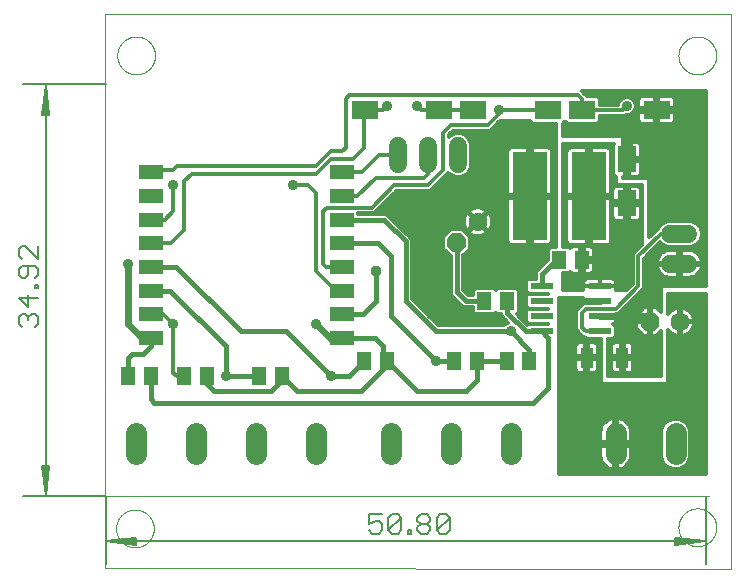
<source format=gtl>
G75*
%MOIN*%
%OFA0B0*%
%FSLAX25Y25*%
%IPPOS*%
%LPD*%
%AMOC8*
5,1,8,0,0,1.08239X$1,22.5*
%
%ADD10C,0.00000*%
%ADD11C,0.00512*%
%ADD12C,0.00600*%
%ADD13C,0.01260*%
%ADD14C,0.06300*%
%ADD15R,0.05118X0.05906*%
%ADD16R,0.04400X0.07100*%
%ADD17R,0.09055X0.06299*%
%ADD18R,0.06400X0.08600*%
%ADD19R,0.07874X0.04724*%
%ADD20R,0.11800X0.29500*%
%ADD21C,0.07050*%
%ADD22R,0.07800X0.02200*%
%ADD23OC8,0.06300*%
%ADD24C,0.06000*%
%ADD25C,0.03562*%
%ADD26C,0.01200*%
%ADD27C,0.01000*%
%ADD28C,0.01600*%
%ADD29C,0.02400*%
%ADD30C,0.04000*%
%ADD31OC8,0.03562*%
D10*
X0032477Y0001394D02*
X0241020Y0001000D01*
X0241020Y0186079D01*
X0032477Y0186079D01*
X0032477Y0001394D01*
X0036060Y0014543D02*
X0036062Y0014701D01*
X0036068Y0014859D01*
X0036078Y0015017D01*
X0036092Y0015175D01*
X0036110Y0015332D01*
X0036131Y0015489D01*
X0036157Y0015645D01*
X0036187Y0015801D01*
X0036220Y0015956D01*
X0036258Y0016109D01*
X0036299Y0016262D01*
X0036344Y0016414D01*
X0036393Y0016565D01*
X0036446Y0016714D01*
X0036502Y0016862D01*
X0036562Y0017008D01*
X0036626Y0017153D01*
X0036694Y0017296D01*
X0036765Y0017438D01*
X0036839Y0017578D01*
X0036917Y0017715D01*
X0036999Y0017851D01*
X0037083Y0017985D01*
X0037172Y0018116D01*
X0037263Y0018245D01*
X0037358Y0018372D01*
X0037455Y0018497D01*
X0037556Y0018619D01*
X0037660Y0018738D01*
X0037767Y0018855D01*
X0037877Y0018969D01*
X0037990Y0019080D01*
X0038105Y0019189D01*
X0038223Y0019294D01*
X0038344Y0019396D01*
X0038467Y0019496D01*
X0038593Y0019592D01*
X0038721Y0019685D01*
X0038851Y0019775D01*
X0038984Y0019861D01*
X0039119Y0019945D01*
X0039255Y0020024D01*
X0039394Y0020101D01*
X0039535Y0020173D01*
X0039677Y0020243D01*
X0039821Y0020308D01*
X0039967Y0020370D01*
X0040114Y0020428D01*
X0040263Y0020483D01*
X0040413Y0020534D01*
X0040564Y0020581D01*
X0040716Y0020624D01*
X0040869Y0020663D01*
X0041024Y0020699D01*
X0041179Y0020730D01*
X0041335Y0020758D01*
X0041491Y0020782D01*
X0041648Y0020802D01*
X0041806Y0020818D01*
X0041963Y0020830D01*
X0042122Y0020838D01*
X0042280Y0020842D01*
X0042438Y0020842D01*
X0042596Y0020838D01*
X0042755Y0020830D01*
X0042912Y0020818D01*
X0043070Y0020802D01*
X0043227Y0020782D01*
X0043383Y0020758D01*
X0043539Y0020730D01*
X0043694Y0020699D01*
X0043849Y0020663D01*
X0044002Y0020624D01*
X0044154Y0020581D01*
X0044305Y0020534D01*
X0044455Y0020483D01*
X0044604Y0020428D01*
X0044751Y0020370D01*
X0044897Y0020308D01*
X0045041Y0020243D01*
X0045183Y0020173D01*
X0045324Y0020101D01*
X0045463Y0020024D01*
X0045599Y0019945D01*
X0045734Y0019861D01*
X0045867Y0019775D01*
X0045997Y0019685D01*
X0046125Y0019592D01*
X0046251Y0019496D01*
X0046374Y0019396D01*
X0046495Y0019294D01*
X0046613Y0019189D01*
X0046728Y0019080D01*
X0046841Y0018969D01*
X0046951Y0018855D01*
X0047058Y0018738D01*
X0047162Y0018619D01*
X0047263Y0018497D01*
X0047360Y0018372D01*
X0047455Y0018245D01*
X0047546Y0018116D01*
X0047635Y0017985D01*
X0047719Y0017851D01*
X0047801Y0017715D01*
X0047879Y0017578D01*
X0047953Y0017438D01*
X0048024Y0017296D01*
X0048092Y0017153D01*
X0048156Y0017008D01*
X0048216Y0016862D01*
X0048272Y0016714D01*
X0048325Y0016565D01*
X0048374Y0016414D01*
X0048419Y0016262D01*
X0048460Y0016109D01*
X0048498Y0015956D01*
X0048531Y0015801D01*
X0048561Y0015645D01*
X0048587Y0015489D01*
X0048608Y0015332D01*
X0048626Y0015175D01*
X0048640Y0015017D01*
X0048650Y0014859D01*
X0048656Y0014701D01*
X0048658Y0014543D01*
X0048656Y0014385D01*
X0048650Y0014227D01*
X0048640Y0014069D01*
X0048626Y0013911D01*
X0048608Y0013754D01*
X0048587Y0013597D01*
X0048561Y0013441D01*
X0048531Y0013285D01*
X0048498Y0013130D01*
X0048460Y0012977D01*
X0048419Y0012824D01*
X0048374Y0012672D01*
X0048325Y0012521D01*
X0048272Y0012372D01*
X0048216Y0012224D01*
X0048156Y0012078D01*
X0048092Y0011933D01*
X0048024Y0011790D01*
X0047953Y0011648D01*
X0047879Y0011508D01*
X0047801Y0011371D01*
X0047719Y0011235D01*
X0047635Y0011101D01*
X0047546Y0010970D01*
X0047455Y0010841D01*
X0047360Y0010714D01*
X0047263Y0010589D01*
X0047162Y0010467D01*
X0047058Y0010348D01*
X0046951Y0010231D01*
X0046841Y0010117D01*
X0046728Y0010006D01*
X0046613Y0009897D01*
X0046495Y0009792D01*
X0046374Y0009690D01*
X0046251Y0009590D01*
X0046125Y0009494D01*
X0045997Y0009401D01*
X0045867Y0009311D01*
X0045734Y0009225D01*
X0045599Y0009141D01*
X0045463Y0009062D01*
X0045324Y0008985D01*
X0045183Y0008913D01*
X0045041Y0008843D01*
X0044897Y0008778D01*
X0044751Y0008716D01*
X0044604Y0008658D01*
X0044455Y0008603D01*
X0044305Y0008552D01*
X0044154Y0008505D01*
X0044002Y0008462D01*
X0043849Y0008423D01*
X0043694Y0008387D01*
X0043539Y0008356D01*
X0043383Y0008328D01*
X0043227Y0008304D01*
X0043070Y0008284D01*
X0042912Y0008268D01*
X0042755Y0008256D01*
X0042596Y0008248D01*
X0042438Y0008244D01*
X0042280Y0008244D01*
X0042122Y0008248D01*
X0041963Y0008256D01*
X0041806Y0008268D01*
X0041648Y0008284D01*
X0041491Y0008304D01*
X0041335Y0008328D01*
X0041179Y0008356D01*
X0041024Y0008387D01*
X0040869Y0008423D01*
X0040716Y0008462D01*
X0040564Y0008505D01*
X0040413Y0008552D01*
X0040263Y0008603D01*
X0040114Y0008658D01*
X0039967Y0008716D01*
X0039821Y0008778D01*
X0039677Y0008843D01*
X0039535Y0008913D01*
X0039394Y0008985D01*
X0039255Y0009062D01*
X0039119Y0009141D01*
X0038984Y0009225D01*
X0038851Y0009311D01*
X0038721Y0009401D01*
X0038593Y0009494D01*
X0038467Y0009590D01*
X0038344Y0009690D01*
X0038223Y0009792D01*
X0038105Y0009897D01*
X0037990Y0010006D01*
X0037877Y0010117D01*
X0037767Y0010231D01*
X0037660Y0010348D01*
X0037556Y0010467D01*
X0037455Y0010589D01*
X0037358Y0010714D01*
X0037263Y0010841D01*
X0037172Y0010970D01*
X0037083Y0011101D01*
X0036999Y0011235D01*
X0036917Y0011371D01*
X0036839Y0011508D01*
X0036765Y0011648D01*
X0036694Y0011790D01*
X0036626Y0011933D01*
X0036562Y0012078D01*
X0036502Y0012224D01*
X0036446Y0012372D01*
X0036393Y0012521D01*
X0036344Y0012672D01*
X0036299Y0012824D01*
X0036258Y0012977D01*
X0036220Y0013130D01*
X0036187Y0013285D01*
X0036157Y0013441D01*
X0036131Y0013597D01*
X0036110Y0013754D01*
X0036092Y0013911D01*
X0036078Y0014069D01*
X0036068Y0014227D01*
X0036062Y0014385D01*
X0036060Y0014543D01*
X0032595Y0025242D02*
X0233796Y0025242D01*
X0223540Y0014937D02*
X0223542Y0015095D01*
X0223548Y0015253D01*
X0223558Y0015411D01*
X0223572Y0015569D01*
X0223590Y0015726D01*
X0223611Y0015883D01*
X0223637Y0016039D01*
X0223667Y0016195D01*
X0223700Y0016350D01*
X0223738Y0016503D01*
X0223779Y0016656D01*
X0223824Y0016808D01*
X0223873Y0016959D01*
X0223926Y0017108D01*
X0223982Y0017256D01*
X0224042Y0017402D01*
X0224106Y0017547D01*
X0224174Y0017690D01*
X0224245Y0017832D01*
X0224319Y0017972D01*
X0224397Y0018109D01*
X0224479Y0018245D01*
X0224563Y0018379D01*
X0224652Y0018510D01*
X0224743Y0018639D01*
X0224838Y0018766D01*
X0224935Y0018891D01*
X0225036Y0019013D01*
X0225140Y0019132D01*
X0225247Y0019249D01*
X0225357Y0019363D01*
X0225470Y0019474D01*
X0225585Y0019583D01*
X0225703Y0019688D01*
X0225824Y0019790D01*
X0225947Y0019890D01*
X0226073Y0019986D01*
X0226201Y0020079D01*
X0226331Y0020169D01*
X0226464Y0020255D01*
X0226599Y0020339D01*
X0226735Y0020418D01*
X0226874Y0020495D01*
X0227015Y0020567D01*
X0227157Y0020637D01*
X0227301Y0020702D01*
X0227447Y0020764D01*
X0227594Y0020822D01*
X0227743Y0020877D01*
X0227893Y0020928D01*
X0228044Y0020975D01*
X0228196Y0021018D01*
X0228349Y0021057D01*
X0228504Y0021093D01*
X0228659Y0021124D01*
X0228815Y0021152D01*
X0228971Y0021176D01*
X0229128Y0021196D01*
X0229286Y0021212D01*
X0229443Y0021224D01*
X0229602Y0021232D01*
X0229760Y0021236D01*
X0229918Y0021236D01*
X0230076Y0021232D01*
X0230235Y0021224D01*
X0230392Y0021212D01*
X0230550Y0021196D01*
X0230707Y0021176D01*
X0230863Y0021152D01*
X0231019Y0021124D01*
X0231174Y0021093D01*
X0231329Y0021057D01*
X0231482Y0021018D01*
X0231634Y0020975D01*
X0231785Y0020928D01*
X0231935Y0020877D01*
X0232084Y0020822D01*
X0232231Y0020764D01*
X0232377Y0020702D01*
X0232521Y0020637D01*
X0232663Y0020567D01*
X0232804Y0020495D01*
X0232943Y0020418D01*
X0233079Y0020339D01*
X0233214Y0020255D01*
X0233347Y0020169D01*
X0233477Y0020079D01*
X0233605Y0019986D01*
X0233731Y0019890D01*
X0233854Y0019790D01*
X0233975Y0019688D01*
X0234093Y0019583D01*
X0234208Y0019474D01*
X0234321Y0019363D01*
X0234431Y0019249D01*
X0234538Y0019132D01*
X0234642Y0019013D01*
X0234743Y0018891D01*
X0234840Y0018766D01*
X0234935Y0018639D01*
X0235026Y0018510D01*
X0235115Y0018379D01*
X0235199Y0018245D01*
X0235281Y0018109D01*
X0235359Y0017972D01*
X0235433Y0017832D01*
X0235504Y0017690D01*
X0235572Y0017547D01*
X0235636Y0017402D01*
X0235696Y0017256D01*
X0235752Y0017108D01*
X0235805Y0016959D01*
X0235854Y0016808D01*
X0235899Y0016656D01*
X0235940Y0016503D01*
X0235978Y0016350D01*
X0236011Y0016195D01*
X0236041Y0016039D01*
X0236067Y0015883D01*
X0236088Y0015726D01*
X0236106Y0015569D01*
X0236120Y0015411D01*
X0236130Y0015253D01*
X0236136Y0015095D01*
X0236138Y0014937D01*
X0236136Y0014779D01*
X0236130Y0014621D01*
X0236120Y0014463D01*
X0236106Y0014305D01*
X0236088Y0014148D01*
X0236067Y0013991D01*
X0236041Y0013835D01*
X0236011Y0013679D01*
X0235978Y0013524D01*
X0235940Y0013371D01*
X0235899Y0013218D01*
X0235854Y0013066D01*
X0235805Y0012915D01*
X0235752Y0012766D01*
X0235696Y0012618D01*
X0235636Y0012472D01*
X0235572Y0012327D01*
X0235504Y0012184D01*
X0235433Y0012042D01*
X0235359Y0011902D01*
X0235281Y0011765D01*
X0235199Y0011629D01*
X0235115Y0011495D01*
X0235026Y0011364D01*
X0234935Y0011235D01*
X0234840Y0011108D01*
X0234743Y0010983D01*
X0234642Y0010861D01*
X0234538Y0010742D01*
X0234431Y0010625D01*
X0234321Y0010511D01*
X0234208Y0010400D01*
X0234093Y0010291D01*
X0233975Y0010186D01*
X0233854Y0010084D01*
X0233731Y0009984D01*
X0233605Y0009888D01*
X0233477Y0009795D01*
X0233347Y0009705D01*
X0233214Y0009619D01*
X0233079Y0009535D01*
X0232943Y0009456D01*
X0232804Y0009379D01*
X0232663Y0009307D01*
X0232521Y0009237D01*
X0232377Y0009172D01*
X0232231Y0009110D01*
X0232084Y0009052D01*
X0231935Y0008997D01*
X0231785Y0008946D01*
X0231634Y0008899D01*
X0231482Y0008856D01*
X0231329Y0008817D01*
X0231174Y0008781D01*
X0231019Y0008750D01*
X0230863Y0008722D01*
X0230707Y0008698D01*
X0230550Y0008678D01*
X0230392Y0008662D01*
X0230235Y0008650D01*
X0230076Y0008642D01*
X0229918Y0008638D01*
X0229760Y0008638D01*
X0229602Y0008642D01*
X0229443Y0008650D01*
X0229286Y0008662D01*
X0229128Y0008678D01*
X0228971Y0008698D01*
X0228815Y0008722D01*
X0228659Y0008750D01*
X0228504Y0008781D01*
X0228349Y0008817D01*
X0228196Y0008856D01*
X0228044Y0008899D01*
X0227893Y0008946D01*
X0227743Y0008997D01*
X0227594Y0009052D01*
X0227447Y0009110D01*
X0227301Y0009172D01*
X0227157Y0009237D01*
X0227015Y0009307D01*
X0226874Y0009379D01*
X0226735Y0009456D01*
X0226599Y0009535D01*
X0226464Y0009619D01*
X0226331Y0009705D01*
X0226201Y0009795D01*
X0226073Y0009888D01*
X0225947Y0009984D01*
X0225824Y0010084D01*
X0225703Y0010186D01*
X0225585Y0010291D01*
X0225470Y0010400D01*
X0225357Y0010511D01*
X0225247Y0010625D01*
X0225140Y0010742D01*
X0225036Y0010861D01*
X0224935Y0010983D01*
X0224838Y0011108D01*
X0224743Y0011235D01*
X0224652Y0011364D01*
X0224563Y0011495D01*
X0224479Y0011629D01*
X0224397Y0011765D01*
X0224319Y0011902D01*
X0224245Y0012042D01*
X0224174Y0012184D01*
X0224106Y0012327D01*
X0224042Y0012472D01*
X0223982Y0012618D01*
X0223926Y0012766D01*
X0223873Y0012915D01*
X0223824Y0013066D01*
X0223779Y0013218D01*
X0223738Y0013371D01*
X0223700Y0013524D01*
X0223667Y0013679D01*
X0223637Y0013835D01*
X0223611Y0013991D01*
X0223590Y0014148D01*
X0223572Y0014305D01*
X0223558Y0014463D01*
X0223548Y0014621D01*
X0223542Y0014779D01*
X0223540Y0014937D01*
X0223540Y0172220D02*
X0223542Y0172378D01*
X0223548Y0172536D01*
X0223558Y0172694D01*
X0223572Y0172852D01*
X0223590Y0173009D01*
X0223611Y0173166D01*
X0223637Y0173322D01*
X0223667Y0173478D01*
X0223700Y0173633D01*
X0223738Y0173786D01*
X0223779Y0173939D01*
X0223824Y0174091D01*
X0223873Y0174242D01*
X0223926Y0174391D01*
X0223982Y0174539D01*
X0224042Y0174685D01*
X0224106Y0174830D01*
X0224174Y0174973D01*
X0224245Y0175115D01*
X0224319Y0175255D01*
X0224397Y0175392D01*
X0224479Y0175528D01*
X0224563Y0175662D01*
X0224652Y0175793D01*
X0224743Y0175922D01*
X0224838Y0176049D01*
X0224935Y0176174D01*
X0225036Y0176296D01*
X0225140Y0176415D01*
X0225247Y0176532D01*
X0225357Y0176646D01*
X0225470Y0176757D01*
X0225585Y0176866D01*
X0225703Y0176971D01*
X0225824Y0177073D01*
X0225947Y0177173D01*
X0226073Y0177269D01*
X0226201Y0177362D01*
X0226331Y0177452D01*
X0226464Y0177538D01*
X0226599Y0177622D01*
X0226735Y0177701D01*
X0226874Y0177778D01*
X0227015Y0177850D01*
X0227157Y0177920D01*
X0227301Y0177985D01*
X0227447Y0178047D01*
X0227594Y0178105D01*
X0227743Y0178160D01*
X0227893Y0178211D01*
X0228044Y0178258D01*
X0228196Y0178301D01*
X0228349Y0178340D01*
X0228504Y0178376D01*
X0228659Y0178407D01*
X0228815Y0178435D01*
X0228971Y0178459D01*
X0229128Y0178479D01*
X0229286Y0178495D01*
X0229443Y0178507D01*
X0229602Y0178515D01*
X0229760Y0178519D01*
X0229918Y0178519D01*
X0230076Y0178515D01*
X0230235Y0178507D01*
X0230392Y0178495D01*
X0230550Y0178479D01*
X0230707Y0178459D01*
X0230863Y0178435D01*
X0231019Y0178407D01*
X0231174Y0178376D01*
X0231329Y0178340D01*
X0231482Y0178301D01*
X0231634Y0178258D01*
X0231785Y0178211D01*
X0231935Y0178160D01*
X0232084Y0178105D01*
X0232231Y0178047D01*
X0232377Y0177985D01*
X0232521Y0177920D01*
X0232663Y0177850D01*
X0232804Y0177778D01*
X0232943Y0177701D01*
X0233079Y0177622D01*
X0233214Y0177538D01*
X0233347Y0177452D01*
X0233477Y0177362D01*
X0233605Y0177269D01*
X0233731Y0177173D01*
X0233854Y0177073D01*
X0233975Y0176971D01*
X0234093Y0176866D01*
X0234208Y0176757D01*
X0234321Y0176646D01*
X0234431Y0176532D01*
X0234538Y0176415D01*
X0234642Y0176296D01*
X0234743Y0176174D01*
X0234840Y0176049D01*
X0234935Y0175922D01*
X0235026Y0175793D01*
X0235115Y0175662D01*
X0235199Y0175528D01*
X0235281Y0175392D01*
X0235359Y0175255D01*
X0235433Y0175115D01*
X0235504Y0174973D01*
X0235572Y0174830D01*
X0235636Y0174685D01*
X0235696Y0174539D01*
X0235752Y0174391D01*
X0235805Y0174242D01*
X0235854Y0174091D01*
X0235899Y0173939D01*
X0235940Y0173786D01*
X0235978Y0173633D01*
X0236011Y0173478D01*
X0236041Y0173322D01*
X0236067Y0173166D01*
X0236088Y0173009D01*
X0236106Y0172852D01*
X0236120Y0172694D01*
X0236130Y0172536D01*
X0236136Y0172378D01*
X0236138Y0172220D01*
X0236136Y0172062D01*
X0236130Y0171904D01*
X0236120Y0171746D01*
X0236106Y0171588D01*
X0236088Y0171431D01*
X0236067Y0171274D01*
X0236041Y0171118D01*
X0236011Y0170962D01*
X0235978Y0170807D01*
X0235940Y0170654D01*
X0235899Y0170501D01*
X0235854Y0170349D01*
X0235805Y0170198D01*
X0235752Y0170049D01*
X0235696Y0169901D01*
X0235636Y0169755D01*
X0235572Y0169610D01*
X0235504Y0169467D01*
X0235433Y0169325D01*
X0235359Y0169185D01*
X0235281Y0169048D01*
X0235199Y0168912D01*
X0235115Y0168778D01*
X0235026Y0168647D01*
X0234935Y0168518D01*
X0234840Y0168391D01*
X0234743Y0168266D01*
X0234642Y0168144D01*
X0234538Y0168025D01*
X0234431Y0167908D01*
X0234321Y0167794D01*
X0234208Y0167683D01*
X0234093Y0167574D01*
X0233975Y0167469D01*
X0233854Y0167367D01*
X0233731Y0167267D01*
X0233605Y0167171D01*
X0233477Y0167078D01*
X0233347Y0166988D01*
X0233214Y0166902D01*
X0233079Y0166818D01*
X0232943Y0166739D01*
X0232804Y0166662D01*
X0232663Y0166590D01*
X0232521Y0166520D01*
X0232377Y0166455D01*
X0232231Y0166393D01*
X0232084Y0166335D01*
X0231935Y0166280D01*
X0231785Y0166229D01*
X0231634Y0166182D01*
X0231482Y0166139D01*
X0231329Y0166100D01*
X0231174Y0166064D01*
X0231019Y0166033D01*
X0230863Y0166005D01*
X0230707Y0165981D01*
X0230550Y0165961D01*
X0230392Y0165945D01*
X0230235Y0165933D01*
X0230076Y0165925D01*
X0229918Y0165921D01*
X0229760Y0165921D01*
X0229602Y0165925D01*
X0229443Y0165933D01*
X0229286Y0165945D01*
X0229128Y0165961D01*
X0228971Y0165981D01*
X0228815Y0166005D01*
X0228659Y0166033D01*
X0228504Y0166064D01*
X0228349Y0166100D01*
X0228196Y0166139D01*
X0228044Y0166182D01*
X0227893Y0166229D01*
X0227743Y0166280D01*
X0227594Y0166335D01*
X0227447Y0166393D01*
X0227301Y0166455D01*
X0227157Y0166520D01*
X0227015Y0166590D01*
X0226874Y0166662D01*
X0226735Y0166739D01*
X0226599Y0166818D01*
X0226464Y0166902D01*
X0226331Y0166988D01*
X0226201Y0167078D01*
X0226073Y0167171D01*
X0225947Y0167267D01*
X0225824Y0167367D01*
X0225703Y0167469D01*
X0225585Y0167574D01*
X0225470Y0167683D01*
X0225357Y0167794D01*
X0225247Y0167908D01*
X0225140Y0168025D01*
X0225036Y0168144D01*
X0224935Y0168266D01*
X0224838Y0168391D01*
X0224743Y0168518D01*
X0224652Y0168647D01*
X0224563Y0168778D01*
X0224479Y0168912D01*
X0224397Y0169048D01*
X0224319Y0169185D01*
X0224245Y0169325D01*
X0224174Y0169467D01*
X0224106Y0169610D01*
X0224042Y0169755D01*
X0223982Y0169901D01*
X0223926Y0170049D01*
X0223873Y0170198D01*
X0223824Y0170349D01*
X0223779Y0170501D01*
X0223738Y0170654D01*
X0223700Y0170807D01*
X0223667Y0170962D01*
X0223637Y0171118D01*
X0223611Y0171274D01*
X0223590Y0171431D01*
X0223572Y0171588D01*
X0223558Y0171746D01*
X0223548Y0171904D01*
X0223542Y0172062D01*
X0223540Y0172220D01*
X0036454Y0172220D02*
X0036456Y0172378D01*
X0036462Y0172536D01*
X0036472Y0172694D01*
X0036486Y0172852D01*
X0036504Y0173009D01*
X0036525Y0173166D01*
X0036551Y0173322D01*
X0036581Y0173478D01*
X0036614Y0173633D01*
X0036652Y0173786D01*
X0036693Y0173939D01*
X0036738Y0174091D01*
X0036787Y0174242D01*
X0036840Y0174391D01*
X0036896Y0174539D01*
X0036956Y0174685D01*
X0037020Y0174830D01*
X0037088Y0174973D01*
X0037159Y0175115D01*
X0037233Y0175255D01*
X0037311Y0175392D01*
X0037393Y0175528D01*
X0037477Y0175662D01*
X0037566Y0175793D01*
X0037657Y0175922D01*
X0037752Y0176049D01*
X0037849Y0176174D01*
X0037950Y0176296D01*
X0038054Y0176415D01*
X0038161Y0176532D01*
X0038271Y0176646D01*
X0038384Y0176757D01*
X0038499Y0176866D01*
X0038617Y0176971D01*
X0038738Y0177073D01*
X0038861Y0177173D01*
X0038987Y0177269D01*
X0039115Y0177362D01*
X0039245Y0177452D01*
X0039378Y0177538D01*
X0039513Y0177622D01*
X0039649Y0177701D01*
X0039788Y0177778D01*
X0039929Y0177850D01*
X0040071Y0177920D01*
X0040215Y0177985D01*
X0040361Y0178047D01*
X0040508Y0178105D01*
X0040657Y0178160D01*
X0040807Y0178211D01*
X0040958Y0178258D01*
X0041110Y0178301D01*
X0041263Y0178340D01*
X0041418Y0178376D01*
X0041573Y0178407D01*
X0041729Y0178435D01*
X0041885Y0178459D01*
X0042042Y0178479D01*
X0042200Y0178495D01*
X0042357Y0178507D01*
X0042516Y0178515D01*
X0042674Y0178519D01*
X0042832Y0178519D01*
X0042990Y0178515D01*
X0043149Y0178507D01*
X0043306Y0178495D01*
X0043464Y0178479D01*
X0043621Y0178459D01*
X0043777Y0178435D01*
X0043933Y0178407D01*
X0044088Y0178376D01*
X0044243Y0178340D01*
X0044396Y0178301D01*
X0044548Y0178258D01*
X0044699Y0178211D01*
X0044849Y0178160D01*
X0044998Y0178105D01*
X0045145Y0178047D01*
X0045291Y0177985D01*
X0045435Y0177920D01*
X0045577Y0177850D01*
X0045718Y0177778D01*
X0045857Y0177701D01*
X0045993Y0177622D01*
X0046128Y0177538D01*
X0046261Y0177452D01*
X0046391Y0177362D01*
X0046519Y0177269D01*
X0046645Y0177173D01*
X0046768Y0177073D01*
X0046889Y0176971D01*
X0047007Y0176866D01*
X0047122Y0176757D01*
X0047235Y0176646D01*
X0047345Y0176532D01*
X0047452Y0176415D01*
X0047556Y0176296D01*
X0047657Y0176174D01*
X0047754Y0176049D01*
X0047849Y0175922D01*
X0047940Y0175793D01*
X0048029Y0175662D01*
X0048113Y0175528D01*
X0048195Y0175392D01*
X0048273Y0175255D01*
X0048347Y0175115D01*
X0048418Y0174973D01*
X0048486Y0174830D01*
X0048550Y0174685D01*
X0048610Y0174539D01*
X0048666Y0174391D01*
X0048719Y0174242D01*
X0048768Y0174091D01*
X0048813Y0173939D01*
X0048854Y0173786D01*
X0048892Y0173633D01*
X0048925Y0173478D01*
X0048955Y0173322D01*
X0048981Y0173166D01*
X0049002Y0173009D01*
X0049020Y0172852D01*
X0049034Y0172694D01*
X0049044Y0172536D01*
X0049050Y0172378D01*
X0049052Y0172220D01*
X0049050Y0172062D01*
X0049044Y0171904D01*
X0049034Y0171746D01*
X0049020Y0171588D01*
X0049002Y0171431D01*
X0048981Y0171274D01*
X0048955Y0171118D01*
X0048925Y0170962D01*
X0048892Y0170807D01*
X0048854Y0170654D01*
X0048813Y0170501D01*
X0048768Y0170349D01*
X0048719Y0170198D01*
X0048666Y0170049D01*
X0048610Y0169901D01*
X0048550Y0169755D01*
X0048486Y0169610D01*
X0048418Y0169467D01*
X0048347Y0169325D01*
X0048273Y0169185D01*
X0048195Y0169048D01*
X0048113Y0168912D01*
X0048029Y0168778D01*
X0047940Y0168647D01*
X0047849Y0168518D01*
X0047754Y0168391D01*
X0047657Y0168266D01*
X0047556Y0168144D01*
X0047452Y0168025D01*
X0047345Y0167908D01*
X0047235Y0167794D01*
X0047122Y0167683D01*
X0047007Y0167574D01*
X0046889Y0167469D01*
X0046768Y0167367D01*
X0046645Y0167267D01*
X0046519Y0167171D01*
X0046391Y0167078D01*
X0046261Y0166988D01*
X0046128Y0166902D01*
X0045993Y0166818D01*
X0045857Y0166739D01*
X0045718Y0166662D01*
X0045577Y0166590D01*
X0045435Y0166520D01*
X0045291Y0166455D01*
X0045145Y0166393D01*
X0044998Y0166335D01*
X0044849Y0166280D01*
X0044699Y0166229D01*
X0044548Y0166182D01*
X0044396Y0166139D01*
X0044243Y0166100D01*
X0044088Y0166064D01*
X0043933Y0166033D01*
X0043777Y0166005D01*
X0043621Y0165981D01*
X0043464Y0165961D01*
X0043306Y0165945D01*
X0043149Y0165933D01*
X0042990Y0165925D01*
X0042832Y0165921D01*
X0042674Y0165921D01*
X0042516Y0165925D01*
X0042357Y0165933D01*
X0042200Y0165945D01*
X0042042Y0165961D01*
X0041885Y0165981D01*
X0041729Y0166005D01*
X0041573Y0166033D01*
X0041418Y0166064D01*
X0041263Y0166100D01*
X0041110Y0166139D01*
X0040958Y0166182D01*
X0040807Y0166229D01*
X0040657Y0166280D01*
X0040508Y0166335D01*
X0040361Y0166393D01*
X0040215Y0166455D01*
X0040071Y0166520D01*
X0039929Y0166590D01*
X0039788Y0166662D01*
X0039649Y0166739D01*
X0039513Y0166818D01*
X0039378Y0166902D01*
X0039245Y0166988D01*
X0039115Y0167078D01*
X0038987Y0167171D01*
X0038861Y0167267D01*
X0038738Y0167367D01*
X0038617Y0167469D01*
X0038499Y0167574D01*
X0038384Y0167683D01*
X0038271Y0167794D01*
X0038161Y0167908D01*
X0038054Y0168025D01*
X0037950Y0168144D01*
X0037849Y0168266D01*
X0037752Y0168391D01*
X0037657Y0168518D01*
X0037566Y0168647D01*
X0037477Y0168778D01*
X0037393Y0168912D01*
X0037311Y0169048D01*
X0037233Y0169185D01*
X0037159Y0169325D01*
X0037088Y0169467D01*
X0037020Y0169610D01*
X0036956Y0169755D01*
X0036896Y0169901D01*
X0036840Y0170049D01*
X0036787Y0170198D01*
X0036738Y0170349D01*
X0036693Y0170501D01*
X0036652Y0170654D01*
X0036614Y0170807D01*
X0036581Y0170962D01*
X0036551Y0171118D01*
X0036525Y0171274D01*
X0036504Y0171431D01*
X0036486Y0171588D01*
X0036472Y0171746D01*
X0036462Y0171904D01*
X0036456Y0172062D01*
X0036454Y0172220D01*
D11*
X0032595Y0025242D02*
X0004918Y0025242D01*
X0012595Y0025498D02*
X0013619Y0035478D01*
X0013852Y0035478D02*
X0012595Y0025498D01*
X0011572Y0035478D01*
X0011338Y0035478D02*
X0013852Y0035478D01*
X0013107Y0035478D02*
X0012595Y0025498D01*
X0012083Y0035478D01*
X0011338Y0035478D02*
X0012595Y0025498D01*
X0012595Y0162447D01*
X0013619Y0152467D01*
X0013852Y0152467D02*
X0012595Y0162447D01*
X0011572Y0152467D01*
X0011338Y0152467D02*
X0013852Y0152467D01*
X0013107Y0152467D02*
X0012595Y0162447D01*
X0012083Y0152467D01*
X0011338Y0152467D02*
X0012595Y0162447D01*
X0004918Y0162703D02*
X0032595Y0162703D01*
X0032595Y0025242D02*
X0032595Y0002565D01*
X0032851Y0010242D02*
X0042831Y0009219D01*
X0042831Y0008985D02*
X0032851Y0010242D01*
X0042831Y0011266D01*
X0042831Y0011499D02*
X0042831Y0008985D01*
X0042831Y0009730D02*
X0032851Y0010242D01*
X0042831Y0010754D01*
X0042831Y0011499D02*
X0032851Y0010242D01*
X0232339Y0010242D01*
X0222359Y0009219D01*
X0222359Y0008985D02*
X0232339Y0010242D01*
X0222359Y0011266D01*
X0222359Y0011499D02*
X0222359Y0008985D01*
X0222359Y0009730D02*
X0232339Y0010242D01*
X0222359Y0010754D01*
X0222359Y0011499D02*
X0232339Y0010242D01*
X0232595Y0002565D02*
X0232595Y0025242D01*
D12*
X0147250Y0018142D02*
X0147250Y0013872D01*
X0146182Y0012804D01*
X0144047Y0012804D01*
X0142979Y0013872D01*
X0147250Y0018142D01*
X0146182Y0019209D01*
X0144047Y0019209D01*
X0142979Y0018142D01*
X0142979Y0013872D01*
X0140804Y0013872D02*
X0139736Y0012804D01*
X0137601Y0012804D01*
X0136534Y0013872D01*
X0136534Y0014939D01*
X0137601Y0016007D01*
X0139736Y0016007D01*
X0140804Y0014939D01*
X0140804Y0013872D01*
X0139736Y0016007D02*
X0140804Y0017074D01*
X0140804Y0018142D01*
X0139736Y0019209D01*
X0137601Y0019209D01*
X0136534Y0018142D01*
X0136534Y0017074D01*
X0137601Y0016007D01*
X0134379Y0013872D02*
X0134379Y0012804D01*
X0133311Y0012804D01*
X0133311Y0013872D01*
X0134379Y0013872D01*
X0131136Y0013872D02*
X0130068Y0012804D01*
X0127933Y0012804D01*
X0126866Y0013872D01*
X0131136Y0018142D01*
X0131136Y0013872D01*
X0131136Y0018142D02*
X0130068Y0019209D01*
X0127933Y0019209D01*
X0126866Y0018142D01*
X0126866Y0013872D01*
X0124690Y0013872D02*
X0123623Y0012804D01*
X0121488Y0012804D01*
X0120420Y0013872D01*
X0120420Y0016007D02*
X0122555Y0017074D01*
X0123623Y0017074D01*
X0124690Y0016007D01*
X0124690Y0013872D01*
X0120420Y0016007D02*
X0120420Y0019209D01*
X0124690Y0019209D01*
X0010033Y0082865D02*
X0008966Y0081797D01*
X0010033Y0082865D02*
X0010033Y0085000D01*
X0008966Y0086068D01*
X0007898Y0086068D01*
X0006831Y0085000D01*
X0006831Y0083932D01*
X0006831Y0085000D02*
X0005763Y0086068D01*
X0004695Y0086068D01*
X0003628Y0085000D01*
X0003628Y0082865D01*
X0004695Y0081797D01*
X0006831Y0088243D02*
X0006831Y0092513D01*
X0008966Y0094688D02*
X0008966Y0095756D01*
X0010033Y0095756D01*
X0010033Y0094688D01*
X0008966Y0094688D01*
X0008966Y0097911D02*
X0010033Y0098979D01*
X0010033Y0101114D01*
X0008966Y0102181D01*
X0004695Y0102181D01*
X0003628Y0101114D01*
X0003628Y0098979D01*
X0004695Y0097911D01*
X0005763Y0097911D01*
X0006831Y0098979D01*
X0006831Y0102181D01*
X0004695Y0104357D02*
X0003628Y0105424D01*
X0003628Y0107559D01*
X0004695Y0108627D01*
X0005763Y0108627D01*
X0010033Y0104357D01*
X0010033Y0108627D01*
X0010033Y0091446D02*
X0003628Y0091446D01*
X0006831Y0088243D01*
D13*
X0147688Y0109310D02*
X0147058Y0108680D01*
X0147058Y0110768D01*
X0148533Y0112243D01*
X0150621Y0112243D01*
X0152096Y0110768D01*
X0152096Y0108680D01*
X0150621Y0107205D01*
X0148533Y0107205D01*
X0147058Y0108680D01*
X0148003Y0109072D01*
X0148003Y0110376D01*
X0148925Y0111298D01*
X0150229Y0111298D01*
X0151151Y0110376D01*
X0151151Y0109072D01*
X0150229Y0108150D01*
X0148925Y0108150D01*
X0148003Y0109072D01*
X0148948Y0109463D01*
X0148948Y0109985D01*
X0149316Y0110353D01*
X0149838Y0110353D01*
X0150206Y0109985D01*
X0150206Y0109463D01*
X0149838Y0109095D01*
X0149316Y0109095D01*
X0148948Y0109463D01*
D14*
X0156648Y0116795D03*
X0224060Y0083474D03*
D15*
X0191335Y0103992D03*
X0183855Y0103992D03*
X0166335Y0090242D03*
X0158855Y0090242D03*
X0156335Y0070242D03*
X0148855Y0070242D03*
X0166355Y0070242D03*
X0173835Y0070242D03*
X0126335Y0070242D03*
X0118855Y0070242D03*
X0091335Y0065242D03*
X0083855Y0065242D03*
X0066335Y0065242D03*
X0058855Y0065242D03*
X0047585Y0065242D03*
X0040105Y0065242D03*
D16*
X0192945Y0071492D03*
X0204745Y0071492D03*
D17*
X0216247Y0153992D03*
X0191444Y0153992D03*
X0179997Y0153992D03*
X0155194Y0153992D03*
X0143747Y0153992D03*
X0118944Y0153992D03*
D18*
X0206345Y0137542D03*
X0206345Y0122942D03*
D19*
X0111375Y0125360D03*
X0111375Y0133234D03*
X0111375Y0117486D03*
X0111375Y0109612D03*
X0111375Y0101738D03*
X0111375Y0093864D03*
X0111375Y0085990D03*
X0111375Y0078116D03*
X0047595Y0078116D03*
X0047595Y0085990D03*
X0047595Y0093864D03*
X0047595Y0101738D03*
X0047595Y0109612D03*
X0047595Y0117486D03*
X0047595Y0125360D03*
X0047595Y0133234D03*
D20*
X0173995Y0125242D03*
X0193695Y0125242D03*
D21*
X0202595Y0046267D02*
X0202595Y0039217D01*
X0222595Y0039217D02*
X0222595Y0046267D01*
X0167595Y0046267D02*
X0167595Y0039217D01*
X0147595Y0039217D02*
X0147595Y0046267D01*
X0127595Y0046267D02*
X0127595Y0039217D01*
X0102595Y0039217D02*
X0102595Y0046267D01*
X0082595Y0046267D02*
X0082595Y0039217D01*
X0062595Y0039217D02*
X0062595Y0046267D01*
X0042595Y0046267D02*
X0042595Y0039217D01*
D22*
X0177895Y0080242D03*
X0177895Y0085242D03*
X0177895Y0090242D03*
X0177895Y0095242D03*
X0197295Y0095242D03*
X0197295Y0090242D03*
X0197295Y0085242D03*
X0197295Y0080242D03*
D23*
X0214060Y0083474D03*
D24*
X0220845Y0102742D02*
X0226845Y0102742D01*
X0226845Y0112742D02*
X0220845Y0112742D01*
X0150095Y0135992D02*
X0150095Y0141992D01*
X0140095Y0141992D02*
X0140095Y0135992D01*
X0130095Y0135992D02*
X0130095Y0141992D01*
D25*
X0126345Y0155242D03*
X0136345Y0155242D03*
X0163845Y0153992D03*
X0162595Y0146492D03*
X0206345Y0145242D03*
X0206345Y0155242D03*
X0167595Y0080242D03*
X0142595Y0070242D03*
X0107595Y0065242D03*
X0102595Y0082742D03*
X0072595Y0065242D03*
X0055095Y0082742D03*
X0040095Y0102742D03*
X0055095Y0128992D03*
X0095095Y0128992D03*
D26*
X0100095Y0128992D01*
X0102595Y0126492D01*
X0102595Y0100242D01*
X0107595Y0095242D01*
X0106099Y0101738D02*
X0105095Y0102742D01*
X0105095Y0120242D01*
X0106345Y0121492D01*
X0121345Y0121492D01*
X0128845Y0128992D01*
X0140095Y0128992D01*
X0145095Y0133992D01*
X0145095Y0146492D01*
X0147595Y0148992D01*
X0160095Y0148992D01*
X0163845Y0152742D01*
X0163845Y0153992D01*
X0179997Y0153992D01*
X0185104Y0149443D02*
X0185720Y0150058D01*
X0186336Y0149443D01*
X0196551Y0149443D01*
X0197371Y0150263D01*
X0197371Y0152192D01*
X0205841Y0152192D01*
X0205910Y0152261D01*
X0206938Y0152261D01*
X0208034Y0152715D01*
X0208872Y0153553D01*
X0209326Y0154649D01*
X0209326Y0155835D01*
X0208872Y0156931D01*
X0208034Y0157769D01*
X0206938Y0158223D01*
X0205752Y0158223D01*
X0204656Y0157769D01*
X0203818Y0156931D01*
X0203364Y0155835D01*
X0203364Y0155792D01*
X0197371Y0155792D01*
X0197371Y0157722D01*
X0196551Y0158542D01*
X0193091Y0158542D01*
X0192091Y0159542D01*
X0191391Y0160242D01*
X0232595Y0160242D01*
X0232595Y0095242D01*
X0217595Y0095242D01*
X0217595Y0086656D01*
X0216027Y0088224D01*
X0214260Y0088224D01*
X0214260Y0083674D01*
X0213860Y0083674D01*
X0213860Y0083274D01*
X0214260Y0083274D01*
X0214260Y0078724D01*
X0216027Y0078724D01*
X0217595Y0080292D01*
X0217595Y0065242D01*
X0200095Y0065242D01*
X0200095Y0077742D01*
X0201775Y0077742D01*
X0202595Y0078562D01*
X0202595Y0081922D01*
X0201846Y0082671D01*
X0202178Y0082862D01*
X0202475Y0083160D01*
X0202686Y0083525D01*
X0202795Y0083931D01*
X0202795Y0085242D01*
X0197295Y0085242D01*
X0197295Y0085242D01*
X0202795Y0085242D01*
X0202795Y0085942D01*
X0203341Y0085942D01*
X0210841Y0093442D01*
X0211895Y0094497D01*
X0211895Y0104497D01*
X0217382Y0109983D01*
X0218353Y0109012D01*
X0219970Y0108342D01*
X0227720Y0108342D01*
X0229338Y0109012D01*
X0230575Y0110250D01*
X0231245Y0111867D01*
X0231245Y0113617D01*
X0230575Y0115235D01*
X0229338Y0116472D01*
X0227720Y0117142D01*
X0219970Y0117142D01*
X0218353Y0116472D01*
X0217115Y0115235D01*
X0216813Y0114506D01*
X0215795Y0113488D01*
X0213845Y0111538D01*
X0213845Y0131492D01*
X0205095Y0131492D01*
X0205095Y0131642D01*
X0205745Y0131642D01*
X0205745Y0136942D01*
X0206945Y0136942D01*
X0206945Y0131642D01*
X0209756Y0131642D01*
X0210163Y0131751D01*
X0210528Y0131962D01*
X0210825Y0132260D01*
X0211036Y0132625D01*
X0211145Y0133031D01*
X0211145Y0136942D01*
X0206945Y0136942D01*
X0206945Y0138142D01*
X0205745Y0138142D01*
X0205745Y0143442D01*
X0205095Y0143442D01*
X0205095Y0145242D01*
X0185095Y0145242D01*
X0185095Y0149443D01*
X0185104Y0149443D01*
X0185549Y0149887D02*
X0185891Y0149887D01*
X0185095Y0148689D02*
X0232595Y0148689D01*
X0232595Y0149887D02*
X0222070Y0149887D01*
X0222055Y0149860D02*
X0222265Y0150225D01*
X0222374Y0150632D01*
X0222374Y0153392D01*
X0216847Y0153392D01*
X0216847Y0154592D01*
X0222374Y0154592D01*
X0222374Y0157352D01*
X0222265Y0157759D01*
X0222055Y0158124D01*
X0221757Y0158422D01*
X0221392Y0158633D01*
X0220985Y0158742D01*
X0216847Y0158742D01*
X0216847Y0154592D01*
X0215647Y0154592D01*
X0215647Y0158742D01*
X0211509Y0158742D01*
X0211102Y0158633D01*
X0210737Y0158422D01*
X0210439Y0158124D01*
X0210228Y0157759D01*
X0210119Y0157352D01*
X0210119Y0154592D01*
X0215647Y0154592D01*
X0215647Y0153392D01*
X0216847Y0153392D01*
X0216847Y0149243D01*
X0220985Y0149243D01*
X0221392Y0149352D01*
X0221757Y0149562D01*
X0222055Y0149860D01*
X0222374Y0151086D02*
X0232595Y0151086D01*
X0232595Y0152284D02*
X0222374Y0152284D01*
X0222374Y0154681D02*
X0232595Y0154681D01*
X0232595Y0153483D02*
X0216847Y0153483D01*
X0216247Y0153992D02*
X0216345Y0155144D01*
X0216345Y0150242D01*
X0215095Y0148992D01*
X0207595Y0148992D01*
X0206345Y0147742D01*
X0206345Y0145242D01*
X0205095Y0145093D02*
X0232595Y0145093D01*
X0232595Y0143895D02*
X0205095Y0143895D01*
X0205745Y0142696D02*
X0206945Y0142696D01*
X0206945Y0143442D02*
X0206945Y0138142D01*
X0211145Y0138142D01*
X0211145Y0142053D01*
X0211036Y0142460D01*
X0210825Y0142825D01*
X0210528Y0143122D01*
X0210163Y0143333D01*
X0209756Y0143442D01*
X0206945Y0143442D01*
X0206945Y0141498D02*
X0205745Y0141498D01*
X0205745Y0140299D02*
X0206945Y0140299D01*
X0206945Y0139101D02*
X0205745Y0139101D01*
X0206945Y0137902D02*
X0232595Y0137902D01*
X0232595Y0136704D02*
X0211145Y0136704D01*
X0211145Y0135505D02*
X0232595Y0135505D01*
X0232595Y0134307D02*
X0211145Y0134307D01*
X0211145Y0133108D02*
X0232595Y0133108D01*
X0232595Y0131910D02*
X0210437Y0131910D01*
X0206945Y0131910D02*
X0205745Y0131910D01*
X0205745Y0133108D02*
X0206945Y0133108D01*
X0206945Y0134307D02*
X0205745Y0134307D01*
X0206345Y0135242D02*
X0208845Y0137742D01*
X0206945Y0136704D02*
X0205745Y0136704D01*
X0205745Y0135505D02*
X0206945Y0135505D01*
X0201745Y0135505D02*
X0201195Y0135505D01*
X0201195Y0134307D02*
X0201745Y0134307D01*
X0201745Y0133108D02*
X0201195Y0133108D01*
X0201745Y0132662D02*
X0202565Y0131842D01*
X0202595Y0131842D01*
X0202595Y0128992D01*
X0211345Y0128992D01*
X0211345Y0109038D01*
X0208295Y0105988D01*
X0208295Y0095988D01*
X0206300Y0093992D01*
X0202795Y0093992D01*
X0202795Y0095242D01*
X0197295Y0095242D01*
X0191795Y0095242D01*
X0191795Y0093992D01*
X0185095Y0093992D01*
X0185095Y0099639D01*
X0186994Y0099639D01*
X0187465Y0100110D01*
X0187496Y0100057D01*
X0187794Y0099759D01*
X0188159Y0099548D01*
X0188566Y0099439D01*
X0190735Y0099439D01*
X0190735Y0103392D01*
X0191935Y0103392D01*
X0191935Y0099439D01*
X0194105Y0099439D01*
X0194512Y0099548D01*
X0194877Y0099759D01*
X0195175Y0100057D01*
X0195385Y0100422D01*
X0195494Y0100829D01*
X0195494Y0103392D01*
X0191935Y0103392D01*
X0191935Y0104592D01*
X0190735Y0104592D01*
X0190735Y0108545D01*
X0188566Y0108545D01*
X0188159Y0108436D01*
X0187794Y0108225D01*
X0187496Y0107927D01*
X0187465Y0107874D01*
X0186994Y0108345D01*
X0185095Y0108345D01*
X0185095Y0142742D01*
X0202065Y0142742D01*
X0201745Y0142422D01*
X0201745Y0132662D01*
X0201195Y0131910D02*
X0202498Y0131910D01*
X0202595Y0130711D02*
X0201195Y0130711D01*
X0201195Y0129513D02*
X0202595Y0129513D01*
X0202934Y0128842D02*
X0202528Y0128733D01*
X0202163Y0128522D01*
X0201865Y0128225D01*
X0201654Y0127860D01*
X0201545Y0127453D01*
X0201545Y0123542D01*
X0205745Y0123542D01*
X0205745Y0122342D01*
X0206945Y0122342D01*
X0206945Y0117042D01*
X0209756Y0117042D01*
X0210163Y0117151D01*
X0210528Y0117362D01*
X0210825Y0117660D01*
X0211036Y0118025D01*
X0211145Y0118431D01*
X0211145Y0122342D01*
X0206945Y0122342D01*
X0206945Y0123542D01*
X0205745Y0123542D01*
X0205745Y0128842D01*
X0202934Y0128842D01*
X0201954Y0128314D02*
X0201195Y0128314D01*
X0201195Y0127116D02*
X0201545Y0127116D01*
X0201545Y0125917D02*
X0201195Y0125917D01*
X0201195Y0125842D02*
X0201195Y0140203D01*
X0201086Y0140610D01*
X0200875Y0140975D01*
X0200578Y0141272D01*
X0200213Y0141483D01*
X0199806Y0141592D01*
X0194295Y0141592D01*
X0194295Y0125842D01*
X0201195Y0125842D01*
X0201545Y0124719D02*
X0194295Y0124719D01*
X0194295Y0124642D02*
X0194295Y0125842D01*
X0193095Y0125842D01*
X0193095Y0124642D01*
X0194295Y0124642D01*
X0194295Y0108892D01*
X0199806Y0108892D01*
X0200213Y0109001D01*
X0200578Y0109212D01*
X0200875Y0109510D01*
X0201086Y0109875D01*
X0201195Y0110281D01*
X0201195Y0124642D01*
X0194295Y0124642D01*
X0194295Y0123520D02*
X0193095Y0123520D01*
X0193095Y0124642D02*
X0193095Y0108892D01*
X0187584Y0108892D01*
X0187178Y0109001D01*
X0186813Y0109212D01*
X0186515Y0109510D01*
X0186304Y0109875D01*
X0186195Y0110281D01*
X0186195Y0124642D01*
X0193095Y0124642D01*
X0193095Y0124719D02*
X0185095Y0124719D01*
X0185095Y0125917D02*
X0186195Y0125917D01*
X0186195Y0125842D02*
X0193095Y0125842D01*
X0193095Y0141592D01*
X0187584Y0141592D01*
X0187178Y0141483D01*
X0186813Y0141272D01*
X0186515Y0140975D01*
X0186304Y0140610D01*
X0186195Y0140203D01*
X0186195Y0125842D01*
X0186195Y0127116D02*
X0185095Y0127116D01*
X0185095Y0128314D02*
X0186195Y0128314D01*
X0186195Y0129513D02*
X0185095Y0129513D01*
X0185095Y0130711D02*
X0186195Y0130711D01*
X0186195Y0131910D02*
X0185095Y0131910D01*
X0185095Y0133108D02*
X0186195Y0133108D01*
X0186195Y0134307D02*
X0185095Y0134307D01*
X0185095Y0135505D02*
X0186195Y0135505D01*
X0186195Y0136704D02*
X0185095Y0136704D01*
X0185095Y0137902D02*
X0186195Y0137902D01*
X0186195Y0139101D02*
X0185095Y0139101D01*
X0185095Y0140299D02*
X0186221Y0140299D01*
X0187232Y0141498D02*
X0185095Y0141498D01*
X0185095Y0142696D02*
X0202019Y0142696D01*
X0201745Y0141498D02*
X0200158Y0141498D01*
X0201169Y0140299D02*
X0201745Y0140299D01*
X0201745Y0139101D02*
X0201195Y0139101D01*
X0201195Y0137902D02*
X0201745Y0137902D01*
X0201745Y0136704D02*
X0201195Y0136704D01*
X0194295Y0136704D02*
X0193095Y0136704D01*
X0193095Y0137902D02*
X0194295Y0137902D01*
X0194295Y0139101D02*
X0193095Y0139101D01*
X0193095Y0140299D02*
X0194295Y0140299D01*
X0194295Y0141498D02*
X0193095Y0141498D01*
X0193095Y0135505D02*
X0194295Y0135505D01*
X0194295Y0134307D02*
X0193095Y0134307D01*
X0193095Y0133108D02*
X0194295Y0133108D01*
X0194295Y0131910D02*
X0193095Y0131910D01*
X0193095Y0130711D02*
X0194295Y0130711D01*
X0194295Y0129513D02*
X0193095Y0129513D01*
X0193095Y0128314D02*
X0194295Y0128314D01*
X0194295Y0127116D02*
X0193095Y0127116D01*
X0193095Y0125917D02*
X0194295Y0125917D01*
X0194295Y0122322D02*
X0193095Y0122322D01*
X0193095Y0121123D02*
X0194295Y0121123D01*
X0194295Y0119925D02*
X0193095Y0119925D01*
X0193095Y0118726D02*
X0194295Y0118726D01*
X0194295Y0117527D02*
X0193095Y0117527D01*
X0193095Y0116329D02*
X0194295Y0116329D01*
X0194295Y0115130D02*
X0193095Y0115130D01*
X0193095Y0113932D02*
X0194295Y0113932D01*
X0194295Y0112733D02*
X0193095Y0112733D01*
X0193095Y0111535D02*
X0194295Y0111535D01*
X0194295Y0110336D02*
X0193095Y0110336D01*
X0193095Y0109138D02*
X0194295Y0109138D01*
X0194105Y0108545D02*
X0191935Y0108545D01*
X0191935Y0104592D01*
X0195494Y0104592D01*
X0195494Y0107156D01*
X0195385Y0107562D01*
X0195175Y0107927D01*
X0194877Y0108225D01*
X0194512Y0108436D01*
X0194105Y0108545D01*
X0195163Y0107939D02*
X0210247Y0107939D01*
X0211345Y0109138D02*
X0200450Y0109138D01*
X0201195Y0110336D02*
X0211345Y0110336D01*
X0211345Y0111535D02*
X0201195Y0111535D01*
X0201195Y0112733D02*
X0211345Y0112733D01*
X0211345Y0113932D02*
X0201195Y0113932D01*
X0201195Y0115130D02*
X0211345Y0115130D01*
X0211345Y0116329D02*
X0201195Y0116329D01*
X0201195Y0117527D02*
X0201997Y0117527D01*
X0201865Y0117660D02*
X0202163Y0117362D01*
X0202528Y0117151D01*
X0202934Y0117042D01*
X0205745Y0117042D01*
X0205745Y0122342D01*
X0201545Y0122342D01*
X0201545Y0118431D01*
X0201654Y0118025D01*
X0201865Y0117660D01*
X0201545Y0118726D02*
X0201195Y0118726D01*
X0201195Y0119925D02*
X0201545Y0119925D01*
X0201545Y0121123D02*
X0201195Y0121123D01*
X0201195Y0122322D02*
X0201545Y0122322D01*
X0201195Y0123520D02*
X0205745Y0123520D01*
X0205745Y0122322D02*
X0206945Y0122322D01*
X0206945Y0123520D02*
X0211345Y0123520D01*
X0211145Y0123542D02*
X0211145Y0127453D01*
X0211036Y0127860D01*
X0210825Y0128225D01*
X0210528Y0128522D01*
X0210163Y0128733D01*
X0209756Y0128842D01*
X0206945Y0128842D01*
X0206945Y0123542D01*
X0211145Y0123542D01*
X0211145Y0124719D02*
X0211345Y0124719D01*
X0211345Y0125917D02*
X0211145Y0125917D01*
X0211145Y0127116D02*
X0211345Y0127116D01*
X0211345Y0128314D02*
X0210736Y0128314D01*
X0213845Y0128314D02*
X0232595Y0128314D01*
X0232595Y0127116D02*
X0213845Y0127116D01*
X0213845Y0125917D02*
X0232595Y0125917D01*
X0232595Y0124719D02*
X0213845Y0124719D01*
X0213845Y0123520D02*
X0232595Y0123520D01*
X0232595Y0122322D02*
X0213845Y0122322D01*
X0213845Y0121123D02*
X0232595Y0121123D01*
X0232595Y0119925D02*
X0213845Y0119925D01*
X0213845Y0118726D02*
X0232595Y0118726D01*
X0232595Y0117527D02*
X0213845Y0117527D01*
X0213845Y0116329D02*
X0218209Y0116329D01*
X0217072Y0115130D02*
X0213845Y0115130D01*
X0213845Y0113932D02*
X0216239Y0113932D01*
X0215041Y0112733D02*
X0213845Y0112733D01*
X0217595Y0112742D02*
X0223845Y0112742D01*
X0218227Y0109138D02*
X0216537Y0109138D01*
X0215338Y0107939D02*
X0232595Y0107939D01*
X0232595Y0106741D02*
X0229129Y0106741D01*
X0229256Y0106676D02*
X0228611Y0107005D01*
X0227922Y0107229D01*
X0227207Y0107342D01*
X0224245Y0107342D01*
X0224245Y0103142D01*
X0223445Y0103142D01*
X0223445Y0102342D01*
X0216251Y0102342D01*
X0216358Y0101665D01*
X0216582Y0100976D01*
X0216911Y0100331D01*
X0217336Y0099745D01*
X0217848Y0099233D01*
X0218434Y0098808D01*
X0219079Y0098479D01*
X0219768Y0098255D01*
X0220483Y0098142D01*
X0223445Y0098142D01*
X0223445Y0102342D01*
X0224245Y0102342D01*
X0224245Y0098142D01*
X0227207Y0098142D01*
X0227922Y0098255D01*
X0228611Y0098479D01*
X0229256Y0098808D01*
X0229842Y0099233D01*
X0230354Y0099745D01*
X0230779Y0100331D01*
X0231108Y0100976D01*
X0231332Y0101665D01*
X0231439Y0102342D01*
X0224245Y0102342D01*
X0224245Y0103142D01*
X0231439Y0103142D01*
X0231332Y0103819D01*
X0231108Y0104508D01*
X0230779Y0105153D01*
X0230354Y0105739D01*
X0229842Y0106251D01*
X0229256Y0106676D01*
X0230497Y0105542D02*
X0232595Y0105542D01*
X0232595Y0104344D02*
X0231161Y0104344D01*
X0231439Y0103145D02*
X0232595Y0103145D01*
X0232595Y0101947D02*
X0231377Y0101947D01*
X0230992Y0100748D02*
X0232595Y0100748D01*
X0232595Y0099550D02*
X0230158Y0099550D01*
X0228218Y0098351D02*
X0232595Y0098351D01*
X0232595Y0097153D02*
X0211895Y0097153D01*
X0211895Y0098351D02*
X0219473Y0098351D01*
X0217532Y0099550D02*
X0211895Y0099550D01*
X0211895Y0100748D02*
X0216698Y0100748D01*
X0216314Y0101947D02*
X0211895Y0101947D01*
X0211895Y0103145D02*
X0216252Y0103145D01*
X0216251Y0103142D02*
X0223445Y0103142D01*
X0223445Y0107342D01*
X0220483Y0107342D01*
X0219768Y0107229D01*
X0219079Y0107005D01*
X0218434Y0106676D01*
X0217848Y0106251D01*
X0217336Y0105739D01*
X0216911Y0105153D01*
X0216582Y0104508D01*
X0216358Y0103819D01*
X0216251Y0103142D01*
X0216529Y0104344D02*
X0211895Y0104344D01*
X0212941Y0105542D02*
X0217194Y0105542D01*
X0218561Y0106741D02*
X0214139Y0106741D01*
X0210095Y0105242D02*
X0217595Y0112742D01*
X0211345Y0117527D02*
X0210693Y0117527D01*
X0211145Y0118726D02*
X0211345Y0118726D01*
X0211345Y0119925D02*
X0211145Y0119925D01*
X0211145Y0121123D02*
X0211345Y0121123D01*
X0211345Y0122322D02*
X0211145Y0122322D01*
X0206945Y0121123D02*
X0205745Y0121123D01*
X0205745Y0119925D02*
X0206945Y0119925D01*
X0206945Y0118726D02*
X0205745Y0118726D01*
X0205745Y0117527D02*
X0206945Y0117527D01*
X0206945Y0124719D02*
X0205745Y0124719D01*
X0205745Y0125917D02*
X0206945Y0125917D01*
X0206945Y0127116D02*
X0205745Y0127116D01*
X0205745Y0128314D02*
X0206945Y0128314D01*
X0213845Y0129513D02*
X0232595Y0129513D01*
X0232595Y0130711D02*
X0213845Y0130711D01*
X0211145Y0139101D02*
X0232595Y0139101D01*
X0232595Y0140299D02*
X0211145Y0140299D01*
X0211145Y0141498D02*
X0232595Y0141498D01*
X0232595Y0142696D02*
X0210900Y0142696D01*
X0211509Y0149243D02*
X0215647Y0149243D01*
X0215647Y0153392D01*
X0210119Y0153392D01*
X0210119Y0150632D01*
X0210228Y0150225D01*
X0210439Y0149860D01*
X0210737Y0149562D01*
X0211102Y0149352D01*
X0211509Y0149243D01*
X0210423Y0149887D02*
X0196996Y0149887D01*
X0197371Y0151086D02*
X0210119Y0151086D01*
X0210119Y0152284D02*
X0206994Y0152284D01*
X0208802Y0153483D02*
X0215647Y0153483D01*
X0215647Y0154681D02*
X0216847Y0154681D01*
X0216847Y0155880D02*
X0215647Y0155880D01*
X0215647Y0157078D02*
X0216847Y0157078D01*
X0216847Y0158277D02*
X0215647Y0158277D01*
X0210592Y0158277D02*
X0196816Y0158277D01*
X0197371Y0157078D02*
X0203965Y0157078D01*
X0203383Y0155880D02*
X0197371Y0155880D01*
X0191345Y0155341D02*
X0191444Y0153992D01*
X0191345Y0154091D01*
X0191345Y0157742D01*
X0190095Y0158992D01*
X0113845Y0158992D01*
X0112595Y0157742D01*
X0112595Y0141492D01*
X0111345Y0140242D01*
X0107595Y0140242D01*
X0102595Y0135242D01*
X0056345Y0135242D01*
X0055095Y0133992D01*
X0048353Y0133992D01*
X0047595Y0133234D01*
X0048087Y0132742D01*
X0055095Y0128992D02*
X0055095Y0120242D01*
X0052339Y0117486D01*
X0047595Y0117486D01*
X0046965Y0110242D02*
X0047595Y0109612D01*
X0054465Y0109612D01*
X0058845Y0113992D01*
X0058845Y0130242D01*
X0061345Y0132742D01*
X0102595Y0132742D01*
X0107595Y0137742D01*
X0115095Y0137742D01*
X0118845Y0141492D01*
X0118845Y0153894D01*
X0118944Y0153992D01*
X0125095Y0153992D01*
X0126345Y0155242D01*
X0118845Y0155144D02*
X0118944Y0153992D01*
X0136345Y0155242D02*
X0137595Y0153992D01*
X0143747Y0153992D01*
X0155194Y0153992D01*
X0160841Y0147192D02*
X0163891Y0150242D01*
X0174090Y0150242D01*
X0174889Y0149443D01*
X0182595Y0149443D01*
X0182595Y0108345D01*
X0180716Y0108345D01*
X0179896Y0107525D01*
X0179896Y0104111D01*
X0175895Y0100111D01*
X0175895Y0097742D01*
X0173415Y0097742D01*
X0172595Y0096922D01*
X0172595Y0093562D01*
X0173415Y0092742D01*
X0172595Y0091922D01*
X0172595Y0088562D01*
X0173415Y0087742D01*
X0172595Y0086922D01*
X0172595Y0083562D01*
X0173415Y0082742D01*
X0173169Y0082496D01*
X0169625Y0086040D01*
X0170294Y0086709D01*
X0170294Y0093775D01*
X0169474Y0094595D01*
X0163196Y0094595D01*
X0162595Y0093994D01*
X0161994Y0094595D01*
X0155716Y0094595D01*
X0154896Y0093775D01*
X0154896Y0092242D01*
X0153424Y0092242D01*
X0151577Y0094088D01*
X0151577Y0105290D01*
X0154127Y0107840D01*
X0154127Y0111609D01*
X0151462Y0114274D01*
X0147693Y0114274D01*
X0145027Y0111609D01*
X0145027Y0107840D01*
X0147577Y0105290D01*
X0147577Y0092431D01*
X0150595Y0089414D01*
X0151767Y0088242D01*
X0154896Y0088242D01*
X0154896Y0086709D01*
X0155716Y0085889D01*
X0161994Y0085889D01*
X0162595Y0086491D01*
X0163196Y0085889D01*
X0164335Y0085889D01*
X0164335Y0085674D01*
X0165507Y0084502D01*
X0166849Y0083160D01*
X0165906Y0082769D01*
X0165379Y0082242D01*
X0143424Y0082242D01*
X0134595Y0091071D01*
X0134595Y0111071D01*
X0126179Y0119486D01*
X0116712Y0119486D01*
X0116712Y0119692D01*
X0122091Y0119692D01*
X0129591Y0127192D01*
X0140841Y0127192D01*
X0146757Y0133108D01*
X0147603Y0132262D01*
X0149220Y0131592D01*
X0150970Y0131592D01*
X0152588Y0132262D01*
X0153825Y0133500D01*
X0154495Y0135117D01*
X0154495Y0142867D01*
X0153825Y0144485D01*
X0152588Y0145722D01*
X0150970Y0146392D01*
X0149220Y0146392D01*
X0147603Y0145722D01*
X0146895Y0145015D01*
X0146895Y0145747D01*
X0148341Y0147192D01*
X0160841Y0147192D01*
X0161139Y0147490D02*
X0182595Y0147490D01*
X0182595Y0146292D02*
X0151213Y0146292D01*
X0148978Y0146292D02*
X0147440Y0146292D01*
X0146974Y0145093D02*
X0146895Y0145093D01*
X0153217Y0145093D02*
X0182595Y0145093D01*
X0182595Y0143895D02*
X0154070Y0143895D01*
X0154495Y0142696D02*
X0182595Y0142696D01*
X0182595Y0141498D02*
X0180458Y0141498D01*
X0180513Y0141483D02*
X0180106Y0141592D01*
X0174595Y0141592D01*
X0174595Y0125842D01*
X0181495Y0125842D01*
X0181495Y0140203D01*
X0181386Y0140610D01*
X0181175Y0140975D01*
X0180878Y0141272D01*
X0180513Y0141483D01*
X0181469Y0140299D02*
X0182595Y0140299D01*
X0182595Y0139101D02*
X0181495Y0139101D01*
X0181495Y0137902D02*
X0182595Y0137902D01*
X0182595Y0136704D02*
X0181495Y0136704D01*
X0181495Y0135505D02*
X0182595Y0135505D01*
X0182595Y0134307D02*
X0181495Y0134307D01*
X0181495Y0133108D02*
X0182595Y0133108D01*
X0182595Y0131910D02*
X0181495Y0131910D01*
X0181495Y0130711D02*
X0182595Y0130711D01*
X0182595Y0129513D02*
X0181495Y0129513D01*
X0181495Y0128314D02*
X0182595Y0128314D01*
X0182595Y0127116D02*
X0181495Y0127116D01*
X0181495Y0125917D02*
X0182595Y0125917D01*
X0182595Y0124719D02*
X0174595Y0124719D01*
X0174595Y0124642D02*
X0174595Y0125842D01*
X0173395Y0125842D01*
X0173395Y0124642D01*
X0174595Y0124642D01*
X0174595Y0108892D01*
X0180106Y0108892D01*
X0180513Y0109001D01*
X0180878Y0109212D01*
X0181175Y0109510D01*
X0181386Y0109875D01*
X0181495Y0110281D01*
X0181495Y0124642D01*
X0174595Y0124642D01*
X0174595Y0123520D02*
X0173395Y0123520D01*
X0173395Y0124642D02*
X0173395Y0108892D01*
X0167884Y0108892D01*
X0167478Y0109001D01*
X0167113Y0109212D01*
X0166815Y0109510D01*
X0166604Y0109875D01*
X0166495Y0110281D01*
X0166495Y0124642D01*
X0173395Y0124642D01*
X0173395Y0124719D02*
X0127117Y0124719D01*
X0128316Y0125917D02*
X0166495Y0125917D01*
X0166495Y0125842D02*
X0173395Y0125842D01*
X0173395Y0141592D01*
X0167884Y0141592D01*
X0167478Y0141483D01*
X0167113Y0141272D01*
X0166815Y0140975D01*
X0166604Y0140610D01*
X0166495Y0140203D01*
X0166495Y0125842D01*
X0166495Y0127116D02*
X0129514Y0127116D01*
X0125919Y0123520D02*
X0166495Y0123520D01*
X0166495Y0122322D02*
X0124720Y0122322D01*
X0123522Y0121123D02*
X0154679Y0121123D01*
X0154825Y0121197D02*
X0154159Y0120858D01*
X0153554Y0120419D01*
X0153431Y0120296D01*
X0156648Y0117078D01*
X0156366Y0116795D01*
X0156648Y0116513D01*
X0153431Y0113295D01*
X0153554Y0113172D01*
X0154159Y0112733D01*
X0154825Y0112393D01*
X0155536Y0112162D01*
X0156275Y0112045D01*
X0157022Y0112045D01*
X0157761Y0112162D01*
X0158472Y0112393D01*
X0159138Y0112733D01*
X0159743Y0113172D01*
X0159866Y0113295D01*
X0156648Y0116513D01*
X0156931Y0116795D01*
X0160149Y0113578D01*
X0160272Y0113701D01*
X0160711Y0114306D01*
X0161050Y0114972D01*
X0161281Y0115683D01*
X0161398Y0116422D01*
X0161398Y0117169D01*
X0161281Y0117908D01*
X0161050Y0118619D01*
X0160711Y0119285D01*
X0160272Y0119890D01*
X0160149Y0120013D01*
X0156931Y0116795D01*
X0156648Y0117078D01*
X0159866Y0120296D01*
X0159743Y0120419D01*
X0159138Y0120858D01*
X0158472Y0121197D01*
X0157761Y0121428D01*
X0157022Y0121545D01*
X0156275Y0121545D01*
X0155536Y0121428D01*
X0154825Y0121197D01*
X0153802Y0119925D02*
X0153236Y0119925D01*
X0153148Y0120013D02*
X0153025Y0119890D01*
X0152586Y0119285D01*
X0152246Y0118619D01*
X0152015Y0117908D01*
X0151898Y0117169D01*
X0151898Y0116422D01*
X0152015Y0115683D01*
X0152246Y0114972D01*
X0152586Y0114306D01*
X0153025Y0113701D01*
X0153148Y0113578D01*
X0156366Y0116795D01*
X0153148Y0120013D01*
X0153060Y0119925D02*
X0122323Y0119925D01*
X0126940Y0118726D02*
X0152301Y0118726D01*
X0151955Y0117527D02*
X0128138Y0117527D01*
X0129337Y0116329D02*
X0151913Y0116329D01*
X0152195Y0115130D02*
X0130535Y0115130D01*
X0131734Y0113932D02*
X0147350Y0113932D01*
X0146152Y0112733D02*
X0132932Y0112733D01*
X0134131Y0111535D02*
X0145027Y0111535D01*
X0145027Y0110336D02*
X0134595Y0110336D01*
X0134595Y0109138D02*
X0145027Y0109138D01*
X0145027Y0107939D02*
X0134595Y0107939D01*
X0134595Y0106741D02*
X0146126Y0106741D01*
X0147325Y0105542D02*
X0134595Y0105542D01*
X0134595Y0104344D02*
X0147577Y0104344D01*
X0147577Y0103145D02*
X0134595Y0103145D01*
X0134595Y0101947D02*
X0147577Y0101947D01*
X0147577Y0100748D02*
X0134595Y0100748D01*
X0134595Y0099550D02*
X0147577Y0099550D01*
X0147577Y0098351D02*
X0134595Y0098351D01*
X0134595Y0097153D02*
X0147577Y0097153D01*
X0147577Y0095954D02*
X0134595Y0095954D01*
X0134595Y0094756D02*
X0147577Y0094756D01*
X0147577Y0093557D02*
X0134595Y0093557D01*
X0134595Y0092359D02*
X0147650Y0092359D01*
X0148849Y0091160D02*
X0134595Y0091160D01*
X0135704Y0089962D02*
X0150047Y0089962D01*
X0151246Y0088763D02*
X0136902Y0088763D01*
X0138101Y0087565D02*
X0154896Y0087565D01*
X0155239Y0086366D02*
X0139299Y0086366D01*
X0140498Y0085168D02*
X0164841Y0085168D01*
X0166040Y0083969D02*
X0141696Y0083969D01*
X0142895Y0082771D02*
X0165910Y0082771D01*
X0162720Y0086366D02*
X0162471Y0086366D01*
X0169951Y0086366D02*
X0172595Y0086366D01*
X0172595Y0085168D02*
X0170498Y0085168D01*
X0171696Y0083969D02*
X0172595Y0083969D01*
X0172895Y0082771D02*
X0173387Y0082771D01*
X0173415Y0082742D02*
X0180095Y0082742D01*
X0173415Y0082742D01*
X0173238Y0087565D02*
X0170294Y0087565D01*
X0170294Y0088763D02*
X0172595Y0088763D01*
X0172595Y0089962D02*
X0170294Y0089962D01*
X0170294Y0091160D02*
X0172595Y0091160D01*
X0173032Y0092359D02*
X0170294Y0092359D01*
X0170294Y0093557D02*
X0172600Y0093557D01*
X0173415Y0092742D02*
X0180095Y0092742D01*
X0180095Y0092742D01*
X0173415Y0092742D01*
X0172595Y0094756D02*
X0151577Y0094756D01*
X0151577Y0095954D02*
X0172595Y0095954D01*
X0172826Y0097153D02*
X0151577Y0097153D01*
X0151577Y0098351D02*
X0175895Y0098351D01*
X0175895Y0099550D02*
X0151577Y0099550D01*
X0151577Y0100748D02*
X0176533Y0100748D01*
X0177731Y0101947D02*
X0151577Y0101947D01*
X0151577Y0103145D02*
X0178930Y0103145D01*
X0179896Y0104344D02*
X0151577Y0104344D01*
X0151830Y0105542D02*
X0179896Y0105542D01*
X0179896Y0106741D02*
X0153029Y0106741D01*
X0154127Y0107939D02*
X0180311Y0107939D01*
X0180750Y0109138D02*
X0182595Y0109138D01*
X0182595Y0110336D02*
X0181495Y0110336D01*
X0181495Y0111535D02*
X0182595Y0111535D01*
X0182595Y0112733D02*
X0181495Y0112733D01*
X0181495Y0113932D02*
X0182595Y0113932D01*
X0182595Y0115130D02*
X0181495Y0115130D01*
X0181495Y0116329D02*
X0182595Y0116329D01*
X0182595Y0117527D02*
X0181495Y0117527D01*
X0181495Y0118726D02*
X0182595Y0118726D01*
X0182595Y0119925D02*
X0181495Y0119925D01*
X0181495Y0121123D02*
X0182595Y0121123D01*
X0182595Y0122322D02*
X0181495Y0122322D01*
X0181495Y0123520D02*
X0182595Y0123520D01*
X0185095Y0123520D02*
X0186195Y0123520D01*
X0186195Y0122322D02*
X0185095Y0122322D01*
X0185095Y0121123D02*
X0186195Y0121123D01*
X0186195Y0119925D02*
X0185095Y0119925D01*
X0185095Y0118726D02*
X0186195Y0118726D01*
X0186195Y0117527D02*
X0185095Y0117527D01*
X0185095Y0116329D02*
X0186195Y0116329D01*
X0186195Y0115130D02*
X0185095Y0115130D01*
X0185095Y0113932D02*
X0186195Y0113932D01*
X0186195Y0112733D02*
X0185095Y0112733D01*
X0185095Y0111535D02*
X0186195Y0111535D01*
X0186195Y0110336D02*
X0185095Y0110336D01*
X0185095Y0109138D02*
X0186941Y0109138D01*
X0187399Y0107939D02*
X0187508Y0107939D01*
X0190735Y0107939D02*
X0191935Y0107939D01*
X0191935Y0106741D02*
X0190735Y0106741D01*
X0190735Y0105542D02*
X0191935Y0105542D01*
X0191935Y0104344D02*
X0208295Y0104344D01*
X0208295Y0105542D02*
X0195494Y0105542D01*
X0195494Y0106741D02*
X0209048Y0106741D01*
X0210095Y0105242D02*
X0210095Y0095242D01*
X0202595Y0087742D01*
X0192595Y0087742D01*
X0191345Y0086492D01*
X0191345Y0081492D01*
X0192595Y0080242D01*
X0197295Y0080242D01*
X0197595Y0077742D02*
X0197595Y0062742D01*
X0220095Y0062742D01*
X0220095Y0080850D01*
X0220436Y0080380D01*
X0220965Y0079851D01*
X0221570Y0079412D01*
X0222236Y0079072D01*
X0222947Y0078841D01*
X0223686Y0078724D01*
X0223860Y0078724D01*
X0223860Y0083274D01*
X0224260Y0083274D01*
X0224260Y0083674D01*
X0228810Y0083674D01*
X0228810Y0083848D01*
X0228693Y0084587D01*
X0228462Y0085298D01*
X0228122Y0085964D01*
X0227683Y0086569D01*
X0227154Y0087097D01*
X0226549Y0087537D01*
X0225883Y0087876D01*
X0225172Y0088107D01*
X0224433Y0088224D01*
X0224260Y0088224D01*
X0224260Y0083674D01*
X0223860Y0083674D01*
X0223860Y0088224D01*
X0223686Y0088224D01*
X0222947Y0088107D01*
X0222236Y0087876D01*
X0221570Y0087537D01*
X0220965Y0087097D01*
X0220436Y0086569D01*
X0220095Y0086099D01*
X0220095Y0092742D01*
X0232595Y0092742D01*
X0232595Y0032742D01*
X0183845Y0032742D01*
X0183845Y0091492D01*
X0191795Y0091492D01*
X0191795Y0090242D01*
X0191795Y0089488D01*
X0190795Y0088488D01*
X0189545Y0087238D01*
X0189545Y0080747D01*
X0190795Y0079497D01*
X0191850Y0078442D01*
X0192115Y0078442D01*
X0192815Y0077742D01*
X0197595Y0077742D01*
X0197595Y0076778D02*
X0183845Y0076778D01*
X0183845Y0075580D02*
X0189233Y0075580D01*
X0189254Y0075660D02*
X0189145Y0075253D01*
X0189145Y0071992D01*
X0192445Y0071992D01*
X0192445Y0070992D01*
X0189145Y0070992D01*
X0189145Y0067731D01*
X0189254Y0067325D01*
X0189465Y0066960D01*
X0189763Y0066662D01*
X0190128Y0066451D01*
X0190534Y0066342D01*
X0192445Y0066342D01*
X0192445Y0070992D01*
X0193445Y0070992D01*
X0193445Y0066342D01*
X0195356Y0066342D01*
X0195763Y0066451D01*
X0196128Y0066662D01*
X0196425Y0066960D01*
X0196636Y0067325D01*
X0196745Y0067731D01*
X0196745Y0070992D01*
X0193445Y0070992D01*
X0193445Y0071992D01*
X0192445Y0071992D01*
X0192445Y0076642D01*
X0190534Y0076642D01*
X0190128Y0076533D01*
X0189763Y0076322D01*
X0189465Y0076025D01*
X0189254Y0075660D01*
X0189145Y0074381D02*
X0183845Y0074381D01*
X0183845Y0073183D02*
X0189145Y0073183D01*
X0192445Y0073183D02*
X0193445Y0073183D01*
X0193445Y0071992D02*
X0193445Y0076642D01*
X0195356Y0076642D01*
X0195763Y0076533D01*
X0196128Y0076322D01*
X0196425Y0076025D01*
X0196636Y0075660D01*
X0196745Y0075253D01*
X0196745Y0071992D01*
X0193445Y0071992D01*
X0193445Y0071984D02*
X0197595Y0071984D01*
X0197595Y0070786D02*
X0196745Y0070786D01*
X0196745Y0069587D02*
X0197595Y0069587D01*
X0197595Y0068389D02*
X0196745Y0068389D01*
X0196558Y0067190D02*
X0197595Y0067190D01*
X0197595Y0065992D02*
X0183845Y0065992D01*
X0183845Y0067190D02*
X0189332Y0067190D01*
X0189145Y0068389D02*
X0183845Y0068389D01*
X0183845Y0069587D02*
X0189145Y0069587D01*
X0189145Y0070786D02*
X0183845Y0070786D01*
X0183845Y0071984D02*
X0192445Y0071984D01*
X0192445Y0070786D02*
X0193445Y0070786D01*
X0193445Y0069587D02*
X0192445Y0069587D01*
X0192445Y0068389D02*
X0193445Y0068389D01*
X0193445Y0067190D02*
X0192445Y0067190D01*
X0197595Y0064793D02*
X0183845Y0064793D01*
X0183845Y0063594D02*
X0197595Y0063594D01*
X0200095Y0065992D02*
X0217595Y0065992D01*
X0217595Y0067190D02*
X0208358Y0067190D01*
X0208436Y0067325D02*
X0208545Y0067731D01*
X0208545Y0070992D01*
X0205245Y0070992D01*
X0205245Y0066342D01*
X0207156Y0066342D01*
X0207563Y0066451D01*
X0207928Y0066662D01*
X0208225Y0066960D01*
X0208436Y0067325D01*
X0208545Y0068389D02*
X0217595Y0068389D01*
X0217595Y0069587D02*
X0208545Y0069587D01*
X0208545Y0070786D02*
X0217595Y0070786D01*
X0217595Y0071984D02*
X0205245Y0071984D01*
X0205245Y0071992D02*
X0208545Y0071992D01*
X0208545Y0075253D01*
X0208436Y0075660D01*
X0208225Y0076025D01*
X0207928Y0076322D01*
X0207563Y0076533D01*
X0207156Y0076642D01*
X0205245Y0076642D01*
X0205245Y0071992D01*
X0204245Y0071992D01*
X0204245Y0070992D01*
X0200945Y0070992D01*
X0200945Y0067731D01*
X0201054Y0067325D01*
X0201265Y0066960D01*
X0201563Y0066662D01*
X0201928Y0066451D01*
X0202334Y0066342D01*
X0204245Y0066342D01*
X0204245Y0070992D01*
X0205245Y0070992D01*
X0205245Y0071992D01*
X0204245Y0071992D02*
X0204245Y0076642D01*
X0202334Y0076642D01*
X0201928Y0076533D01*
X0201563Y0076322D01*
X0201265Y0076025D01*
X0201054Y0075660D01*
X0200945Y0075253D01*
X0200945Y0071992D01*
X0204245Y0071992D01*
X0204245Y0071984D02*
X0200095Y0071984D01*
X0200095Y0070786D02*
X0200945Y0070786D01*
X0200945Y0069587D02*
X0200095Y0069587D01*
X0200095Y0068389D02*
X0200945Y0068389D01*
X0201132Y0067190D02*
X0200095Y0067190D01*
X0204245Y0067190D02*
X0205245Y0067190D01*
X0205245Y0068389D02*
X0204245Y0068389D01*
X0204245Y0069587D02*
X0205245Y0069587D01*
X0205245Y0070786D02*
X0204245Y0070786D01*
X0204245Y0073183D02*
X0205245Y0073183D01*
X0205245Y0074381D02*
X0204245Y0074381D01*
X0204245Y0075580D02*
X0205245Y0075580D01*
X0202010Y0077977D02*
X0217595Y0077977D01*
X0217595Y0079175D02*
X0216478Y0079175D01*
X0214260Y0079175D02*
X0213860Y0079175D01*
X0213860Y0078724D02*
X0213860Y0083274D01*
X0209310Y0083274D01*
X0209310Y0081507D01*
X0212092Y0078724D01*
X0213860Y0078724D01*
X0213860Y0080374D02*
X0214260Y0080374D01*
X0214260Y0081572D02*
X0213860Y0081572D01*
X0213860Y0082771D02*
X0214260Y0082771D01*
X0213860Y0083674D02*
X0209310Y0083674D01*
X0209310Y0085442D01*
X0212092Y0088224D01*
X0213860Y0088224D01*
X0213860Y0083674D01*
X0213860Y0083969D02*
X0214260Y0083969D01*
X0214260Y0085168D02*
X0213860Y0085168D01*
X0213860Y0086366D02*
X0214260Y0086366D01*
X0214260Y0087565D02*
X0213860Y0087565D01*
X0211432Y0087565D02*
X0204963Y0087565D01*
X0203765Y0086366D02*
X0210234Y0086366D01*
X0209310Y0085168D02*
X0202795Y0085168D01*
X0202795Y0083969D02*
X0209310Y0083969D01*
X0209310Y0082771D02*
X0202020Y0082771D01*
X0202595Y0081572D02*
X0209310Y0081572D01*
X0210443Y0080374D02*
X0202595Y0080374D01*
X0202595Y0079175D02*
X0211641Y0079175D01*
X0208458Y0075580D02*
X0217595Y0075580D01*
X0217595Y0076778D02*
X0200095Y0076778D01*
X0200095Y0075580D02*
X0201033Y0075580D01*
X0200945Y0074381D02*
X0200095Y0074381D01*
X0200095Y0073183D02*
X0200945Y0073183D01*
X0197595Y0073183D02*
X0196745Y0073183D01*
X0196745Y0074381D02*
X0197595Y0074381D01*
X0197595Y0075580D02*
X0196658Y0075580D01*
X0193445Y0075580D02*
X0192445Y0075580D01*
X0192445Y0074381D02*
X0193445Y0074381D01*
X0192581Y0077977D02*
X0183845Y0077977D01*
X0183845Y0079175D02*
X0191117Y0079175D01*
X0189918Y0080374D02*
X0183845Y0080374D01*
X0183845Y0081572D02*
X0189545Y0081572D01*
X0189545Y0082771D02*
X0183845Y0082771D01*
X0183845Y0083969D02*
X0189545Y0083969D01*
X0189545Y0085168D02*
X0183845Y0085168D01*
X0183845Y0086366D02*
X0189545Y0086366D01*
X0189872Y0087565D02*
X0183845Y0087565D01*
X0183845Y0088763D02*
X0191071Y0088763D01*
X0191795Y0089962D02*
X0183845Y0089962D01*
X0183845Y0091160D02*
X0191795Y0091160D01*
X0191795Y0090242D02*
X0192595Y0090242D01*
X0191795Y0090242D01*
X0192595Y0090242D02*
X0192595Y0090242D01*
X0191795Y0094756D02*
X0185095Y0094756D01*
X0185095Y0095954D02*
X0191795Y0095954D01*
X0191795Y0096553D02*
X0191795Y0095242D01*
X0197295Y0095242D01*
X0197295Y0095242D01*
X0197295Y0097942D01*
X0193184Y0097942D01*
X0192778Y0097833D01*
X0192413Y0097622D01*
X0192115Y0097325D01*
X0191904Y0096960D01*
X0191795Y0096553D01*
X0192016Y0097153D02*
X0185095Y0097153D01*
X0185095Y0098351D02*
X0208295Y0098351D01*
X0208295Y0097153D02*
X0202575Y0097153D01*
X0202475Y0097325D02*
X0202686Y0096960D01*
X0202795Y0096553D01*
X0202795Y0095242D01*
X0197295Y0095242D01*
X0197295Y0095242D01*
X0197295Y0095242D01*
X0197295Y0097942D01*
X0201406Y0097942D01*
X0201813Y0097833D01*
X0202178Y0097622D01*
X0202475Y0097325D01*
X0202795Y0095954D02*
X0208262Y0095954D01*
X0207063Y0094756D02*
X0202795Y0094756D01*
X0197295Y0095954D02*
X0197295Y0095954D01*
X0197295Y0097153D02*
X0197295Y0097153D01*
X0194514Y0099550D02*
X0208295Y0099550D01*
X0208295Y0100748D02*
X0195473Y0100748D01*
X0195494Y0101947D02*
X0208295Y0101947D01*
X0208295Y0103145D02*
X0195494Y0103145D01*
X0191935Y0103145D02*
X0190735Y0103145D01*
X0190735Y0101947D02*
X0191935Y0101947D01*
X0191935Y0100748D02*
X0190735Y0100748D01*
X0190735Y0099550D02*
X0191935Y0099550D01*
X0188156Y0099550D02*
X0185095Y0099550D01*
X0174595Y0109138D02*
X0173395Y0109138D01*
X0173395Y0110336D02*
X0174595Y0110336D01*
X0174595Y0111535D02*
X0173395Y0111535D01*
X0173395Y0112733D02*
X0174595Y0112733D01*
X0174595Y0113932D02*
X0173395Y0113932D01*
X0173395Y0115130D02*
X0174595Y0115130D01*
X0174595Y0116329D02*
X0173395Y0116329D01*
X0173395Y0117527D02*
X0174595Y0117527D01*
X0174595Y0118726D02*
X0173395Y0118726D01*
X0173395Y0119925D02*
X0174595Y0119925D01*
X0174595Y0121123D02*
X0173395Y0121123D01*
X0173395Y0122322D02*
X0174595Y0122322D01*
X0174595Y0125917D02*
X0173395Y0125917D01*
X0173395Y0127116D02*
X0174595Y0127116D01*
X0174595Y0128314D02*
X0173395Y0128314D01*
X0173395Y0129513D02*
X0174595Y0129513D01*
X0174595Y0130711D02*
X0173395Y0130711D01*
X0173395Y0131910D02*
X0174595Y0131910D01*
X0174595Y0133108D02*
X0173395Y0133108D01*
X0173395Y0134307D02*
X0174595Y0134307D01*
X0174595Y0135505D02*
X0173395Y0135505D01*
X0173395Y0136704D02*
X0174595Y0136704D01*
X0174595Y0137902D02*
X0173395Y0137902D01*
X0173395Y0139101D02*
X0174595Y0139101D01*
X0174595Y0140299D02*
X0173395Y0140299D01*
X0173395Y0141498D02*
X0174595Y0141498D01*
X0167532Y0141498D02*
X0154495Y0141498D01*
X0154495Y0140299D02*
X0166521Y0140299D01*
X0166495Y0139101D02*
X0154495Y0139101D01*
X0154495Y0137902D02*
X0166495Y0137902D01*
X0166495Y0136704D02*
X0154495Y0136704D01*
X0154495Y0135505D02*
X0166495Y0135505D01*
X0166495Y0134307D02*
X0154160Y0134307D01*
X0153434Y0133108D02*
X0166495Y0133108D01*
X0166495Y0131910D02*
X0151737Y0131910D01*
X0148453Y0131910D02*
X0145558Y0131910D01*
X0144360Y0130711D02*
X0166495Y0130711D01*
X0166495Y0129513D02*
X0143161Y0129513D01*
X0141963Y0128314D02*
X0166495Y0128314D01*
X0166495Y0121123D02*
X0158618Y0121123D01*
X0159495Y0119925D02*
X0160060Y0119925D01*
X0160237Y0119925D02*
X0166495Y0119925D01*
X0166495Y0118726D02*
X0160996Y0118726D01*
X0161342Y0117527D02*
X0166495Y0117527D01*
X0166495Y0116329D02*
X0161384Y0116329D01*
X0161102Y0115130D02*
X0166495Y0115130D01*
X0166495Y0113932D02*
X0160439Y0113932D01*
X0159795Y0113932D02*
X0159229Y0113932D01*
X0159139Y0112733D02*
X0166495Y0112733D01*
X0166495Y0111535D02*
X0154127Y0111535D01*
X0154127Y0110336D02*
X0166495Y0110336D01*
X0167241Y0109138D02*
X0154127Y0109138D01*
X0154158Y0112733D02*
X0153003Y0112733D01*
X0152858Y0113932D02*
X0151804Y0113932D01*
X0153502Y0113932D02*
X0154068Y0113932D01*
X0154701Y0115130D02*
X0155266Y0115130D01*
X0155899Y0116329D02*
X0156465Y0116329D01*
X0156832Y0116329D02*
X0157398Y0116329D01*
X0157663Y0117527D02*
X0157098Y0117527D01*
X0156199Y0117527D02*
X0155633Y0117527D01*
X0155001Y0118726D02*
X0154435Y0118726D01*
X0158296Y0118726D02*
X0158862Y0118726D01*
X0158596Y0115130D02*
X0158030Y0115130D01*
X0140095Y0132742D02*
X0140095Y0138992D01*
X0140095Y0132742D02*
X0138845Y0131492D01*
X0122595Y0131492D01*
X0116463Y0125360D01*
X0111375Y0125360D01*
X0111375Y0133234D02*
X0118087Y0133234D01*
X0123845Y0138992D01*
X0130095Y0138992D01*
X0162337Y0148689D02*
X0182595Y0148689D01*
X0185095Y0147490D02*
X0232595Y0147490D01*
X0232595Y0146292D02*
X0185095Y0146292D01*
X0191444Y0153992D02*
X0205095Y0153992D01*
X0206345Y0155242D01*
X0208725Y0157078D02*
X0210119Y0157078D01*
X0210119Y0155880D02*
X0209308Y0155880D01*
X0209326Y0154681D02*
X0210119Y0154681D01*
X0215647Y0152284D02*
X0216847Y0152284D01*
X0216847Y0151086D02*
X0215647Y0151086D01*
X0215647Y0149887D02*
X0216847Y0149887D01*
X0222374Y0155880D02*
X0232595Y0155880D01*
X0232595Y0157078D02*
X0222374Y0157078D01*
X0221902Y0158277D02*
X0232595Y0158277D01*
X0232595Y0159475D02*
X0192157Y0159475D01*
X0174444Y0149887D02*
X0163536Y0149887D01*
X0223445Y0106741D02*
X0224245Y0106741D01*
X0224245Y0105542D02*
X0223445Y0105542D01*
X0223445Y0104344D02*
X0224245Y0104344D01*
X0224245Y0103145D02*
X0223445Y0103145D01*
X0223445Y0101947D02*
X0224245Y0101947D01*
X0224245Y0100748D02*
X0223445Y0100748D01*
X0223445Y0099550D02*
X0224245Y0099550D01*
X0224245Y0098351D02*
X0223445Y0098351D01*
X0220095Y0092359D02*
X0232595Y0092359D01*
X0232595Y0091160D02*
X0220095Y0091160D01*
X0220095Y0089962D02*
X0232595Y0089962D01*
X0232595Y0088763D02*
X0220095Y0088763D01*
X0220095Y0087565D02*
X0221625Y0087565D01*
X0220289Y0086366D02*
X0220095Y0086366D01*
X0217595Y0087565D02*
X0216687Y0087565D01*
X0217595Y0088763D02*
X0206162Y0088763D01*
X0207360Y0089962D02*
X0217595Y0089962D01*
X0217595Y0091160D02*
X0208559Y0091160D01*
X0209757Y0092359D02*
X0217595Y0092359D01*
X0217595Y0093557D02*
X0210956Y0093557D01*
X0211895Y0094756D02*
X0217595Y0094756D01*
X0211895Y0095954D02*
X0232595Y0095954D01*
X0232595Y0087565D02*
X0226495Y0087565D01*
X0227830Y0086366D02*
X0232595Y0086366D01*
X0232595Y0085168D02*
X0228504Y0085168D01*
X0228790Y0083969D02*
X0232595Y0083969D01*
X0232595Y0082771D02*
X0228757Y0082771D01*
X0228810Y0083101D02*
X0228810Y0083274D01*
X0224260Y0083274D01*
X0224260Y0078724D01*
X0224433Y0078724D01*
X0225172Y0078841D01*
X0225883Y0079072D01*
X0226549Y0079412D01*
X0227154Y0079851D01*
X0227683Y0080380D01*
X0228122Y0080985D01*
X0228462Y0081651D01*
X0228693Y0082362D01*
X0228810Y0083101D01*
X0228421Y0081572D02*
X0232595Y0081572D01*
X0232595Y0080374D02*
X0227676Y0080374D01*
X0226085Y0079175D02*
X0232595Y0079175D01*
X0232595Y0077977D02*
X0220095Y0077977D01*
X0220095Y0079175D02*
X0222034Y0079175D01*
X0223860Y0079175D02*
X0224260Y0079175D01*
X0224260Y0080374D02*
X0223860Y0080374D01*
X0223860Y0081572D02*
X0224260Y0081572D01*
X0224260Y0082771D02*
X0223860Y0082771D01*
X0223860Y0083969D02*
X0224260Y0083969D01*
X0224260Y0085168D02*
X0223860Y0085168D01*
X0223860Y0086366D02*
X0224260Y0086366D01*
X0224260Y0087565D02*
X0223860Y0087565D01*
X0220443Y0080374D02*
X0220095Y0080374D01*
X0220095Y0076778D02*
X0232595Y0076778D01*
X0232595Y0075580D02*
X0220095Y0075580D01*
X0220095Y0074381D02*
X0232595Y0074381D01*
X0232595Y0073183D02*
X0220095Y0073183D01*
X0220095Y0071984D02*
X0232595Y0071984D01*
X0232595Y0070786D02*
X0220095Y0070786D01*
X0220095Y0069587D02*
X0232595Y0069587D01*
X0232595Y0068389D02*
X0220095Y0068389D01*
X0220095Y0067190D02*
X0232595Y0067190D01*
X0232595Y0065992D02*
X0220095Y0065992D01*
X0220095Y0064793D02*
X0232595Y0064793D01*
X0232595Y0063594D02*
X0220095Y0063594D01*
X0217595Y0073183D02*
X0208545Y0073183D01*
X0208545Y0074381D02*
X0217595Y0074381D01*
X0232595Y0062396D02*
X0183845Y0062396D01*
X0183845Y0061197D02*
X0232595Y0061197D01*
X0232595Y0059999D02*
X0183845Y0059999D01*
X0183845Y0058800D02*
X0232595Y0058800D01*
X0232595Y0057602D02*
X0183845Y0057602D01*
X0183845Y0056403D02*
X0232595Y0056403D01*
X0232595Y0055205D02*
X0183845Y0055205D01*
X0183845Y0054006D02*
X0232595Y0054006D01*
X0232595Y0052808D02*
X0183845Y0052808D01*
X0183845Y0051609D02*
X0232595Y0051609D01*
X0232595Y0050411D02*
X0225416Y0050411D01*
X0225385Y0050442D02*
X0223575Y0051192D01*
X0221615Y0051192D01*
X0219805Y0050442D01*
X0218420Y0049057D01*
X0217670Y0047247D01*
X0217670Y0038237D01*
X0218420Y0036427D01*
X0219805Y0035042D01*
X0221615Y0034292D01*
X0223575Y0034292D01*
X0225385Y0035042D01*
X0226770Y0036427D01*
X0227520Y0038237D01*
X0227520Y0047247D01*
X0226770Y0049057D01*
X0225385Y0050442D01*
X0226615Y0049212D02*
X0232595Y0049212D01*
X0232595Y0048014D02*
X0227202Y0048014D01*
X0227520Y0046815D02*
X0232595Y0046815D01*
X0232595Y0045617D02*
X0227520Y0045617D01*
X0227520Y0044418D02*
X0232595Y0044418D01*
X0232595Y0043220D02*
X0227520Y0043220D01*
X0227520Y0042021D02*
X0232595Y0042021D01*
X0232595Y0040823D02*
X0227520Y0040823D01*
X0227520Y0039624D02*
X0232595Y0039624D01*
X0232595Y0038426D02*
X0227520Y0038426D01*
X0227102Y0037227D02*
X0232595Y0037227D01*
X0232595Y0036029D02*
X0226372Y0036029D01*
X0224874Y0034830D02*
X0232595Y0034830D01*
X0232595Y0033632D02*
X0183845Y0033632D01*
X0183845Y0034830D02*
X0199916Y0034830D01*
X0199909Y0034834D02*
X0200628Y0034468D01*
X0201395Y0034218D01*
X0202020Y0034119D01*
X0202020Y0042167D01*
X0197470Y0042167D01*
X0197470Y0038814D01*
X0197596Y0038017D01*
X0197846Y0037250D01*
X0198212Y0036531D01*
X0198686Y0035878D01*
X0199256Y0035308D01*
X0199909Y0034834D01*
X0198577Y0036029D02*
X0183845Y0036029D01*
X0183845Y0037227D02*
X0197857Y0037227D01*
X0197532Y0038426D02*
X0183845Y0038426D01*
X0183845Y0039624D02*
X0197470Y0039624D01*
X0197470Y0040823D02*
X0183845Y0040823D01*
X0183845Y0042021D02*
X0197470Y0042021D01*
X0197470Y0043317D02*
X0202020Y0043317D01*
X0202020Y0042167D01*
X0203170Y0042167D01*
X0203170Y0034119D01*
X0203795Y0034218D01*
X0204562Y0034468D01*
X0205281Y0034834D01*
X0205934Y0035308D01*
X0206504Y0035878D01*
X0206978Y0036531D01*
X0207345Y0037250D01*
X0207594Y0038017D01*
X0207720Y0038814D01*
X0207720Y0042167D01*
X0203170Y0042167D01*
X0203170Y0043317D01*
X0207720Y0043317D01*
X0207720Y0046670D01*
X0207594Y0047467D01*
X0207345Y0048234D01*
X0206978Y0048953D01*
X0206504Y0049606D01*
X0205934Y0050176D01*
X0205281Y0050650D01*
X0204562Y0051017D01*
X0203795Y0051266D01*
X0203170Y0051365D01*
X0203170Y0043317D01*
X0202020Y0043317D01*
X0202020Y0051365D01*
X0201395Y0051266D01*
X0200628Y0051017D01*
X0199909Y0050650D01*
X0199256Y0050176D01*
X0198686Y0049606D01*
X0198212Y0048953D01*
X0197846Y0048234D01*
X0197596Y0047467D01*
X0197470Y0046670D01*
X0197470Y0043317D01*
X0197470Y0044418D02*
X0183845Y0044418D01*
X0183845Y0043220D02*
X0202020Y0043220D01*
X0203170Y0043220D02*
X0217670Y0043220D01*
X0217670Y0044418D02*
X0207720Y0044418D01*
X0207720Y0045617D02*
X0217670Y0045617D01*
X0217670Y0046815D02*
X0207697Y0046815D01*
X0207416Y0048014D02*
X0217988Y0048014D01*
X0218575Y0049212D02*
X0206790Y0049212D01*
X0205611Y0050411D02*
X0219774Y0050411D01*
X0217670Y0042021D02*
X0207720Y0042021D01*
X0207720Y0040823D02*
X0217670Y0040823D01*
X0217670Y0039624D02*
X0207720Y0039624D01*
X0207659Y0038426D02*
X0217670Y0038426D01*
X0218089Y0037227D02*
X0207333Y0037227D01*
X0206613Y0036029D02*
X0218819Y0036029D01*
X0220316Y0034830D02*
X0205274Y0034830D01*
X0203170Y0034830D02*
X0202020Y0034830D01*
X0202020Y0036029D02*
X0203170Y0036029D01*
X0203170Y0037227D02*
X0202020Y0037227D01*
X0202020Y0038426D02*
X0203170Y0038426D01*
X0203170Y0039624D02*
X0202020Y0039624D01*
X0202020Y0040823D02*
X0203170Y0040823D01*
X0203170Y0042021D02*
X0202020Y0042021D01*
X0202020Y0044418D02*
X0203170Y0044418D01*
X0203170Y0045617D02*
X0202020Y0045617D01*
X0202020Y0046815D02*
X0203170Y0046815D01*
X0203170Y0048014D02*
X0202020Y0048014D01*
X0202020Y0049212D02*
X0203170Y0049212D01*
X0203170Y0050411D02*
X0202020Y0050411D01*
X0199579Y0050411D02*
X0183845Y0050411D01*
X0183845Y0049212D02*
X0198400Y0049212D01*
X0197774Y0048014D02*
X0183845Y0048014D01*
X0183845Y0046815D02*
X0197493Y0046815D01*
X0197470Y0045617D02*
X0183845Y0045617D01*
X0180095Y0082742D02*
X0180095Y0082742D01*
X0180095Y0087742D02*
X0173415Y0087742D01*
X0180095Y0087742D01*
X0180095Y0087742D01*
X0154896Y0092359D02*
X0153307Y0092359D01*
X0152108Y0093557D02*
X0154896Y0093557D01*
X0111375Y0101738D02*
X0106099Y0101738D01*
X0058855Y0065242D02*
X0056345Y0065242D01*
X0055095Y0066492D01*
X0055095Y0082742D01*
X0051847Y0085990D01*
X0047595Y0085990D01*
X0229463Y0109138D02*
X0232595Y0109138D01*
X0232595Y0110336D02*
X0230611Y0110336D01*
X0231108Y0111535D02*
X0232595Y0111535D01*
X0232595Y0112733D02*
X0231245Y0112733D01*
X0231115Y0113932D02*
X0232595Y0113932D01*
X0232595Y0115130D02*
X0230618Y0115130D01*
X0229481Y0116329D02*
X0232595Y0116329D01*
D27*
X0111375Y0093864D02*
X0109997Y0095242D01*
X0107595Y0095242D01*
D28*
X0111375Y0085990D02*
X0118343Y0085990D01*
X0122595Y0090242D01*
X0122595Y0100242D01*
X0127595Y0105242D02*
X0123225Y0109612D01*
X0111375Y0109612D01*
X0111375Y0117486D02*
X0125351Y0117486D01*
X0132595Y0110242D01*
X0132595Y0090242D01*
X0142595Y0080242D01*
X0167595Y0080242D01*
X0173835Y0074002D01*
X0173835Y0070242D01*
X0166355Y0070242D02*
X0156335Y0070242D01*
X0156345Y0070232D01*
X0156345Y0063992D01*
X0152595Y0060242D01*
X0136335Y0060242D01*
X0126335Y0070242D01*
X0125095Y0071482D01*
X0125095Y0075242D01*
X0122221Y0078116D01*
X0111375Y0078116D01*
X0118855Y0070242D02*
X0113855Y0065242D01*
X0107595Y0065242D01*
X0092595Y0080242D01*
X0077595Y0080242D01*
X0056099Y0101738D01*
X0047595Y0101738D01*
X0047595Y0093864D02*
X0053973Y0093864D01*
X0072595Y0075242D01*
X0072595Y0065242D01*
X0083855Y0065242D01*
X0087595Y0060242D02*
X0068845Y0060242D01*
X0066335Y0062752D01*
X0066335Y0065242D01*
X0048845Y0056492D02*
X0175095Y0056492D01*
X0180095Y0061492D01*
X0180095Y0078042D01*
X0177895Y0080242D01*
X0172595Y0080242D01*
X0166335Y0086502D01*
X0166335Y0090242D01*
X0158855Y0090242D02*
X0152595Y0090242D01*
X0149577Y0093260D01*
X0149577Y0109724D01*
X0127595Y0105242D02*
X0127595Y0085242D01*
X0142595Y0070242D01*
X0148855Y0070242D01*
X0127595Y0070242D02*
X0126335Y0070242D01*
X0126335Y0068982D01*
X0117595Y0060242D01*
X0096335Y0060242D01*
X0091335Y0065242D01*
X0091335Y0063982D01*
X0087595Y0060242D01*
X0048845Y0056492D02*
X0047585Y0057752D01*
X0047585Y0065242D01*
X0040105Y0065242D02*
X0040105Y0071502D01*
X0041345Y0072742D01*
X0045095Y0072742D01*
X0047595Y0075242D01*
X0047595Y0078116D01*
X0044721Y0078116D01*
X0126335Y0071502D02*
X0126335Y0070242D01*
X0177895Y0095242D02*
X0177895Y0099282D01*
X0182605Y0103992D01*
X0183855Y0103992D01*
D29*
X0187595Y0090242D02*
X0197295Y0090242D01*
X0197295Y0085242D02*
X0212292Y0085242D01*
X0214060Y0083474D01*
X0111375Y0078116D02*
X0107221Y0078116D01*
X0102595Y0082742D01*
X0044721Y0078116D02*
X0040095Y0082742D01*
X0040095Y0102742D01*
D30*
X0206345Y0135242D02*
X0206345Y0137542D01*
X0206345Y0145242D01*
D31*
X0122595Y0100242D03*
M02*

</source>
